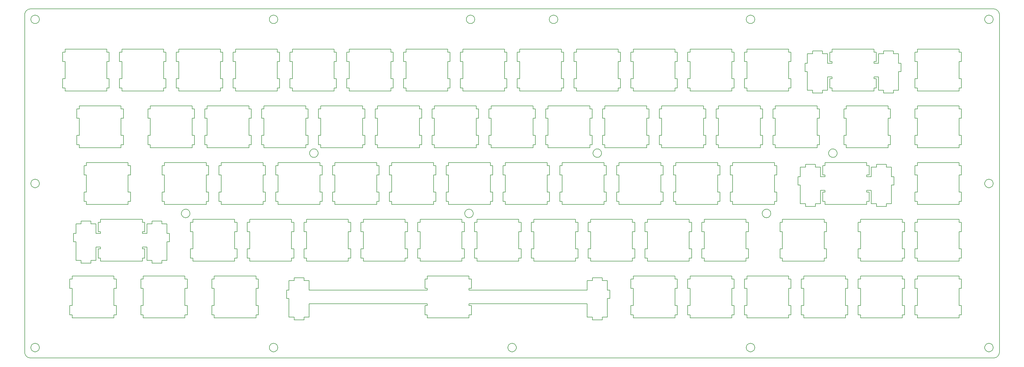
<source format=gbr>
G04 #@! TF.GenerationSoftware,KiCad,Pcbnew,(5.1.6)-1*
G04 #@! TF.CreationDate,2021-05-31T11:06:37-04:00*
G04 #@! TF.ProjectId,plate_layer_v3,706c6174-655f-46c6-9179-65725f76332e,rev?*
G04 #@! TF.SameCoordinates,Original*
G04 #@! TF.FileFunction,Profile,NP*
%FSLAX46Y46*%
G04 Gerber Fmt 4.6, Leading zero omitted, Abs format (unit mm)*
G04 Created by KiCad (PCBNEW (5.1.6)-1) date 2021-05-31 11:06:37*
%MOMM*%
%LPD*%
G01*
G04 APERTURE LIST*
G04 #@! TA.AperFunction,Profile*
%ADD10C,0.200000*%
G04 #@! TD*
G04 APERTURE END LIST*
D10*
X81253467Y-103282268D02*
X81253467Y-109082268D01*
X76203467Y-112182268D02*
X77003467Y-112182268D01*
X61403467Y-103282268D02*
X62203467Y-103282268D01*
X61403467Y-100182268D02*
X61403467Y-103282268D01*
X76203467Y-103282268D02*
X77003467Y-103282268D01*
X80453467Y-100182268D02*
X80453467Y-103282268D01*
X81253467Y-100182268D02*
X80453467Y-100182268D01*
X62203467Y-99182268D02*
X62203467Y-100182268D01*
X77003467Y-112182268D02*
X77003467Y-109082268D01*
X96053467Y-109082268D02*
X95253467Y-109082268D01*
X62203467Y-109082268D02*
X61403467Y-109082268D01*
X62203467Y-100182268D02*
X61403467Y-100182268D01*
X77003467Y-100182268D02*
X76203467Y-100182268D01*
X95253467Y-99182268D02*
X81253467Y-99182268D01*
X95253467Y-109082268D02*
X95253467Y-103282268D01*
X96053467Y-103282268D02*
X96053467Y-100182268D01*
X95253467Y-113182268D02*
X95253467Y-112182268D01*
X81253467Y-109082268D02*
X80453467Y-109082268D01*
X115103467Y-100182268D02*
X114303467Y-100182268D01*
X115103467Y-109082268D02*
X114303467Y-109082268D01*
X95253467Y-112182268D02*
X96053467Y-112182268D01*
X76203467Y-109082268D02*
X76203467Y-103282268D01*
X95253467Y-103282268D02*
X96053467Y-103282268D01*
X77003467Y-109082268D02*
X76203467Y-109082268D01*
X81253467Y-112182268D02*
X81253467Y-113182268D01*
X76203467Y-113182268D02*
X76203467Y-112182268D01*
X114303467Y-99182268D02*
X100303467Y-99182268D01*
X114303467Y-100182268D02*
X114303467Y-99182268D01*
X96053467Y-100182268D02*
X95253467Y-100182268D01*
X80453467Y-103282268D02*
X81253467Y-103282268D01*
X80453467Y-109082268D02*
X80453467Y-112182268D01*
X100303467Y-100182268D02*
X99503467Y-100182268D01*
X114303467Y-103282268D02*
X115103467Y-103282268D01*
X115103467Y-103282268D02*
X115103467Y-100182268D01*
X62203467Y-113182268D02*
X76203467Y-113182268D01*
X76203467Y-99182268D02*
X62203467Y-99182268D01*
X76203467Y-100182268D02*
X76203467Y-99182268D01*
X62203467Y-103282268D02*
X62203467Y-109082268D01*
X80453467Y-112182268D02*
X81253467Y-112182268D01*
X77003467Y-103282268D02*
X77003467Y-100182268D01*
X96053467Y-112182268D02*
X96053467Y-109082268D01*
X95253467Y-100182268D02*
X95253467Y-99182268D01*
X114303467Y-109082268D02*
X114303467Y-103282268D01*
X100303467Y-99182268D02*
X100303467Y-100182268D01*
X62203467Y-112182268D02*
X62203467Y-113182268D01*
X61403467Y-112182268D02*
X62203467Y-112182268D01*
X81253467Y-99182268D02*
X81253467Y-100182268D01*
X81253467Y-113182268D02*
X95253467Y-113182268D01*
X61403467Y-109082268D02*
X61403467Y-112182268D01*
X99503467Y-100182268D02*
X99503467Y-103282268D01*
X119353467Y-112182268D02*
X119353467Y-113182268D01*
X152403467Y-100182268D02*
X152403467Y-99182268D01*
X100303467Y-103282268D02*
X100303467Y-109082268D01*
X133353467Y-99182268D02*
X119353467Y-99182268D01*
X152403467Y-99182268D02*
X138403467Y-99182268D01*
X137603467Y-100182268D02*
X137603467Y-103282268D01*
X153202467Y-100182268D02*
X152403467Y-100182268D01*
X153202467Y-109082268D02*
X152403467Y-109082268D01*
X172252467Y-100182268D02*
X171452467Y-100182268D01*
X134153467Y-109082268D02*
X133353467Y-109082268D01*
X171452467Y-100182268D02*
X171452467Y-99182268D01*
X119353467Y-100182268D02*
X118553467Y-100182268D01*
X138403467Y-99182268D02*
X138403467Y-100182268D01*
X137603467Y-109082268D02*
X137603467Y-112182268D01*
X152403467Y-103282268D02*
X153202467Y-103282268D01*
X118553467Y-112182268D02*
X119353467Y-112182268D01*
X171452467Y-109082268D02*
X171452467Y-103282268D01*
X115103467Y-112182268D02*
X115103467Y-109082268D01*
X134153467Y-100182268D02*
X133353467Y-100182268D01*
X133353467Y-113182268D02*
X133353467Y-112182268D01*
X133353467Y-109082268D02*
X133353467Y-103282268D01*
X171452467Y-103282268D02*
X172252467Y-103282268D01*
X153202467Y-112182268D02*
X153202467Y-109082268D01*
X157452467Y-99182268D02*
X157452467Y-100182268D01*
X133353467Y-100182268D02*
X133353467Y-99182268D01*
X138403467Y-113182268D02*
X152403467Y-113182268D01*
X118553467Y-100182268D02*
X118553467Y-103282268D01*
X118553467Y-103282268D02*
X119353467Y-103282268D01*
X138403467Y-103282268D02*
X138403467Y-109082268D01*
X152403467Y-112182268D02*
X153202467Y-112182268D01*
X138403467Y-112182268D02*
X138403467Y-113182268D01*
X99503467Y-103282268D02*
X100303467Y-103282268D01*
X114303467Y-112182268D02*
X115103467Y-112182268D01*
X134153467Y-103282268D02*
X134153467Y-100182268D01*
X99503467Y-109082268D02*
X99503467Y-112182268D01*
X137603467Y-103282268D02*
X138403467Y-103282268D01*
X119353467Y-109082268D02*
X118553467Y-109082268D01*
X172252467Y-109082268D02*
X171452467Y-109082268D01*
X152403467Y-109082268D02*
X152403467Y-103282268D01*
X157452467Y-113182268D02*
X171452467Y-113182268D01*
X172252467Y-103282268D02*
X172252467Y-100182268D01*
X153202467Y-103282268D02*
X153202467Y-100182268D01*
X119353467Y-113182268D02*
X133353467Y-113182268D01*
X114303467Y-113182268D02*
X114303467Y-112182268D01*
X100303467Y-113182268D02*
X114303467Y-113182268D01*
X133353467Y-103282268D02*
X134153467Y-103282268D01*
X100303467Y-112182268D02*
X100303467Y-113182268D01*
X99503467Y-112182268D02*
X100303467Y-112182268D01*
X119353467Y-99182268D02*
X119353467Y-100182268D01*
X152403467Y-113182268D02*
X152403467Y-112182268D01*
X134153467Y-112182268D02*
X134153467Y-109082268D01*
X171452467Y-112182268D02*
X172252467Y-112182268D01*
X171452467Y-113182268D02*
X171452467Y-112182268D01*
X133353467Y-112182268D02*
X134153467Y-112182268D01*
X119353467Y-103282268D02*
X119353467Y-109082268D01*
X138403467Y-100182268D02*
X137603467Y-100182268D01*
X137603467Y-112182268D02*
X138403467Y-112182268D01*
X171452467Y-99182268D02*
X157452467Y-99182268D01*
X172252467Y-112182268D02*
X172252467Y-109082268D01*
X138403467Y-109082268D02*
X137603467Y-109082268D01*
X157452467Y-100182268D02*
X156653467Y-100182268D01*
X118553467Y-109082268D02*
X118553467Y-112182268D01*
X100303467Y-109082268D02*
X99503467Y-109082268D01*
X214603467Y-100182268D02*
X213803467Y-100182268D01*
X229403467Y-103282268D02*
X229403467Y-100182268D01*
X213803467Y-109082268D02*
X213803467Y-112182268D01*
X228603467Y-100182268D02*
X228603467Y-99182268D01*
X209553467Y-112182268D02*
X210353467Y-112182268D01*
X156653467Y-103282268D02*
X157452467Y-103282268D01*
X195553467Y-112182268D02*
X195553467Y-113182268D01*
X156653467Y-100182268D02*
X156653467Y-103282268D01*
X209553467Y-109082268D02*
X209553467Y-103282268D01*
X175702467Y-109082268D02*
X175702467Y-112182268D01*
X190503467Y-99182268D02*
X176502467Y-99182268D01*
X190503467Y-100182268D02*
X190503467Y-99182268D01*
X191303467Y-100182268D02*
X190503467Y-100182268D01*
X190503467Y-103282268D02*
X191303467Y-103282268D01*
X191303467Y-112182268D02*
X191303467Y-109082268D01*
X190503467Y-112182268D02*
X191303467Y-112182268D01*
X195553467Y-100182268D02*
X194753467Y-100182268D01*
X228603467Y-103282268D02*
X229403467Y-103282268D01*
X229403467Y-112182268D02*
X229403467Y-109082268D01*
X195553467Y-99182268D02*
X195553467Y-100182268D01*
X229403467Y-109082268D02*
X228603467Y-109082268D01*
X195553467Y-113182268D02*
X209553467Y-113182268D01*
X194753467Y-100182268D02*
X194753467Y-103282268D01*
X210353467Y-112182268D02*
X210353467Y-109082268D01*
X194753467Y-112182268D02*
X195553467Y-112182268D01*
X214603467Y-99182268D02*
X214603467Y-100182268D01*
X157452467Y-112182268D02*
X157452467Y-113182268D01*
X156653467Y-112182268D02*
X157452467Y-112182268D01*
X176502467Y-100182268D02*
X175702467Y-100182268D01*
X191303467Y-103282268D02*
X191303467Y-100182268D01*
X228603467Y-113182268D02*
X228603467Y-112182268D01*
X190503467Y-109082268D02*
X190503467Y-103282268D01*
X191303467Y-109082268D02*
X190503467Y-109082268D01*
X176502467Y-109082268D02*
X175702467Y-109082268D01*
X209553467Y-103282268D02*
X210353467Y-103282268D01*
X176502467Y-112182268D02*
X176502467Y-113182268D01*
X175702467Y-112182268D02*
X176502467Y-112182268D01*
X194753467Y-103282268D02*
X195553467Y-103282268D01*
X213803467Y-112182268D02*
X214603467Y-112182268D01*
X209553467Y-99182268D02*
X195553467Y-99182268D01*
X194753467Y-109082268D02*
X194753467Y-112182268D01*
X228603467Y-112182268D02*
X229403467Y-112182268D01*
X195553467Y-103282268D02*
X195553467Y-109082268D01*
X228603467Y-109082268D02*
X228603467Y-103282268D01*
X228603467Y-99182268D02*
X214603467Y-99182268D01*
X214603467Y-112182268D02*
X214603467Y-113182268D01*
X209553467Y-100182268D02*
X209553467Y-99182268D01*
X195553467Y-109082268D02*
X194753467Y-109082268D01*
X229403467Y-100182268D02*
X228603467Y-100182268D01*
X214603467Y-113182268D02*
X228603467Y-113182268D01*
X176502467Y-113182268D02*
X190503467Y-113182268D01*
X210353467Y-100182268D02*
X209553467Y-100182268D01*
X209553467Y-113182268D02*
X209553467Y-112182268D01*
X214603467Y-109082268D02*
X213803467Y-109082268D01*
X156653467Y-109082268D02*
X156653467Y-112182268D01*
X157452467Y-109082268D02*
X156653467Y-109082268D01*
X176502467Y-99182268D02*
X176502467Y-100182268D01*
X176502467Y-103282268D02*
X176502467Y-109082268D01*
X210353467Y-103282268D02*
X210353467Y-100182268D01*
X175702467Y-100182268D02*
X175702467Y-103282268D01*
X157452467Y-103282268D02*
X157452467Y-109082268D01*
X190503467Y-113182268D02*
X190503467Y-112182268D01*
X175702467Y-103282268D02*
X176502467Y-103282268D01*
X210353467Y-109082268D02*
X209553467Y-109082268D01*
X286553467Y-100182268D02*
X285753467Y-100182268D01*
X271753467Y-109082268D02*
X270953467Y-109082268D01*
X270953467Y-103282268D02*
X271753467Y-103282268D01*
X252703467Y-113182268D02*
X266703467Y-113182268D01*
X232853467Y-100182268D02*
X232853467Y-103282268D01*
X233653467Y-109082268D02*
X232853467Y-109082268D01*
X266703467Y-99182268D02*
X252703467Y-99182268D01*
X270953467Y-109082268D02*
X270953467Y-112182268D01*
X271753467Y-113182268D02*
X285753467Y-113182268D01*
X214603467Y-103282268D02*
X214603467Y-109082268D01*
X247653467Y-113182268D02*
X247653467Y-112182268D01*
X290803467Y-100182268D02*
X290003467Y-100182268D01*
X213803467Y-103282268D02*
X214603467Y-103282268D01*
X247653467Y-99182268D02*
X233653467Y-99182268D01*
X248453467Y-100182268D02*
X247653467Y-100182268D01*
X285753467Y-113182268D02*
X285753467Y-112182268D01*
X232853467Y-103282268D02*
X233653467Y-103282268D01*
X251903467Y-109082268D02*
X251903467Y-112182268D01*
X251903467Y-103282268D02*
X252703467Y-103282268D01*
X285753467Y-109082268D02*
X285753467Y-103282268D01*
X252703467Y-103282268D02*
X252703467Y-109082268D01*
X252703467Y-99182268D02*
X252703467Y-100182268D01*
X267503467Y-109082268D02*
X266703467Y-109082268D01*
X271753467Y-112182268D02*
X271753467Y-113182268D01*
X266703467Y-100182268D02*
X266703467Y-99182268D01*
X266703467Y-112182268D02*
X267503467Y-112182268D01*
X213803467Y-100182268D02*
X213803467Y-103282268D01*
X233653467Y-100182268D02*
X232853467Y-100182268D01*
X233653467Y-99182268D02*
X233653467Y-100182268D01*
X248453467Y-103282268D02*
X248453467Y-100182268D01*
X271753467Y-100182268D02*
X270953467Y-100182268D01*
X248453467Y-109082268D02*
X247653467Y-109082268D01*
X285753467Y-112182268D02*
X286553467Y-112182268D01*
X232853467Y-109082268D02*
X232853467Y-112182268D01*
X270953467Y-112182268D02*
X271753467Y-112182268D01*
X233653467Y-113182268D02*
X247653467Y-113182268D01*
X267503467Y-100182268D02*
X266703467Y-100182268D01*
X266703467Y-109082268D02*
X266703467Y-103282268D01*
X285753467Y-100182268D02*
X285753467Y-99182268D01*
X267503467Y-103282268D02*
X267503467Y-100182268D01*
X266703467Y-103282268D02*
X267503467Y-103282268D01*
X251903467Y-100182268D02*
X251903467Y-103282268D01*
X266703467Y-113182268D02*
X266703467Y-112182268D01*
X252703467Y-109082268D02*
X251903467Y-109082268D01*
X286553467Y-112182268D02*
X286553467Y-109082268D01*
X285753467Y-99182268D02*
X271753467Y-99182268D01*
X271753467Y-103282268D02*
X271753467Y-109082268D01*
X252703467Y-112182268D02*
X252703467Y-113182268D01*
X285753467Y-103282268D02*
X286553467Y-103282268D01*
X271753467Y-99182268D02*
X271753467Y-100182268D01*
X247653467Y-100182268D02*
X247653467Y-99182268D01*
X233653467Y-112182268D02*
X233653467Y-113182268D01*
X252703467Y-100182268D02*
X251903467Y-100182268D01*
X286553467Y-103282268D02*
X286553467Y-100182268D01*
X247653467Y-103282268D02*
X248453467Y-103282268D01*
X247653467Y-109082268D02*
X247653467Y-103282268D01*
X248453467Y-112182268D02*
X248453467Y-109082268D01*
X247653467Y-112182268D02*
X248453467Y-112182268D01*
X232853467Y-112182268D02*
X233653467Y-112182268D01*
X233653467Y-103282268D02*
X233653467Y-109082268D01*
X267503467Y-112182268D02*
X267503467Y-109082268D01*
X286553467Y-109082268D02*
X285753467Y-109082268D01*
X270953467Y-100182268D02*
X270953467Y-103282268D01*
X251903467Y-112182268D02*
X252703467Y-112182268D01*
X305603467Y-109082268D02*
X304803467Y-109082268D01*
X304803467Y-112182268D02*
X305603467Y-112182268D01*
X347953467Y-100182268D02*
X347153467Y-100182268D01*
X304803467Y-113182268D02*
X304803467Y-112182268D01*
X290003467Y-103282268D02*
X290803467Y-103282268D01*
X290003467Y-100182268D02*
X290003467Y-103282268D01*
X347953467Y-109082268D02*
X347153467Y-109082268D01*
X347953467Y-99182268D02*
X347953467Y-100182268D01*
X362753467Y-103282268D02*
X362753467Y-100182268D01*
X319378467Y-99182268D02*
X319378467Y-100182268D01*
X341653467Y-100652268D02*
X339928467Y-100652268D01*
X319378467Y-100182268D02*
X318578467Y-100182268D01*
X342478467Y-103882268D02*
X341653467Y-103882268D01*
X339928467Y-112952268D02*
X341653467Y-112952268D01*
X347953467Y-113182268D02*
X361953467Y-113182268D01*
X361953467Y-100182268D02*
X361953467Y-99182268D01*
X361953467Y-103282268D02*
X362753467Y-103282268D01*
X334178467Y-100182268D02*
X333378467Y-100182268D01*
X336628467Y-112952268D02*
X336628467Y-113932268D01*
X339928467Y-99731268D02*
X336628467Y-99731268D01*
X341653467Y-112952268D02*
X341653467Y-106682268D01*
X347153467Y-103282268D02*
X347953467Y-103282268D01*
X333378467Y-100182268D02*
X333378467Y-99182268D01*
X341653467Y-103882268D02*
X341653467Y-100652268D01*
X339928467Y-113932268D02*
X339928467Y-112952268D01*
X290003467Y-109082268D02*
X290003467Y-112182268D01*
X362753467Y-112182268D02*
X362753467Y-109082268D01*
X290803467Y-109082268D02*
X290003467Y-109082268D01*
X361953467Y-109082268D02*
X361953467Y-103282268D01*
X347153467Y-112182268D02*
X347953467Y-112182268D01*
X336628467Y-99731268D02*
X336628467Y-100652268D01*
X361953467Y-112182268D02*
X362753467Y-112182268D01*
X342478467Y-106682268D02*
X342478467Y-103882268D01*
X290803467Y-99182268D02*
X290803467Y-100182268D01*
X304803467Y-99182268D02*
X290803467Y-99182268D01*
X290803467Y-112182268D02*
X290803467Y-113182268D01*
X347153467Y-109082268D02*
X347153467Y-112182268D01*
X361953467Y-99182268D02*
X347953467Y-99182268D01*
X334178467Y-103282268D02*
X334178467Y-100182268D01*
X362753467Y-100182268D02*
X361953467Y-100182268D01*
X334903467Y-100652268D02*
X334903467Y-103882268D01*
X333378467Y-99182268D02*
X319378467Y-99182268D01*
X334903467Y-112952268D02*
X336628467Y-112952268D01*
X305603467Y-112182268D02*
X305603467Y-109082268D01*
X304803467Y-100182268D02*
X304803467Y-99182268D01*
X305603467Y-100182268D02*
X304803467Y-100182268D01*
X304803467Y-103282268D02*
X305603467Y-103282268D01*
X336628467Y-113932268D02*
X339928467Y-113932268D01*
X304803467Y-109082268D02*
X304803467Y-103282268D01*
X290003467Y-112182268D02*
X290803467Y-112182268D01*
X362753467Y-109082268D02*
X361953467Y-109082268D01*
X333378467Y-103882268D02*
X333378467Y-103282268D01*
X334903467Y-103882268D02*
X333378467Y-103882268D01*
X336628467Y-100652268D02*
X334903467Y-100652268D01*
X290803467Y-103282268D02*
X290803467Y-109082268D01*
X361953467Y-113182268D02*
X361953467Y-112182268D01*
X347953467Y-112182268D02*
X347953467Y-113182268D01*
X347153467Y-100182268D02*
X347153467Y-103282268D01*
X341653467Y-106682268D02*
X342478467Y-106682268D01*
X333378467Y-103282268D02*
X334178467Y-103282268D01*
X347953467Y-103282268D02*
X347953467Y-109082268D01*
X339928467Y-100652268D02*
X339928467Y-99731268D01*
X290803467Y-113182268D02*
X304803467Y-113182268D01*
X305603467Y-103282268D02*
X305603467Y-100182268D01*
X81765467Y-119232268D02*
X80965467Y-119232268D01*
X66165467Y-131232268D02*
X66965467Y-131232268D01*
X80965467Y-128132268D02*
X80965467Y-122332268D01*
X66965467Y-132232268D02*
X80965467Y-132232268D01*
X319378467Y-113182268D02*
X333378467Y-113182268D01*
X318578467Y-112182268D02*
X319378467Y-112182268D01*
X317853467Y-108482268D02*
X319378467Y-108482268D01*
X317853467Y-100652268D02*
X316128467Y-100652268D01*
X312827467Y-112952268D02*
X312827467Y-113932268D01*
X80965467Y-122332268D02*
X81765467Y-122332268D01*
X319378467Y-112182268D02*
X319378467Y-113182268D01*
X319378467Y-109082268D02*
X318578467Y-109082268D01*
X66165467Y-128132268D02*
X66165467Y-131232268D01*
X80965467Y-132232268D02*
X80965467Y-131232268D01*
X318578467Y-100182268D02*
X318578467Y-103282268D01*
X316128467Y-112952268D02*
X317853467Y-112952268D01*
X312827467Y-113932268D02*
X316128467Y-113932268D01*
X310278466Y-106682268D02*
X311103467Y-106682268D01*
X316128467Y-113932268D02*
X316128467Y-112952268D01*
X311103467Y-106682268D02*
X311103467Y-112952268D01*
X312827467Y-99731268D02*
X312827467Y-100652268D01*
X311103467Y-103882268D02*
X310278466Y-103882268D01*
X80965467Y-119232268D02*
X80965467Y-118232268D01*
X66965467Y-119232268D02*
X66165467Y-119232268D01*
X312827467Y-100652268D02*
X311103467Y-100652268D01*
X66965467Y-131232268D02*
X66965467Y-132232268D01*
X316128467Y-100652268D02*
X316128467Y-99731268D01*
X81765467Y-122332268D02*
X81765467Y-119232268D01*
X319378467Y-103282268D02*
X319378467Y-103882268D01*
X66965467Y-118232268D02*
X66965467Y-119232268D01*
X317853467Y-103882268D02*
X317853467Y-100652268D01*
X318578467Y-103282268D02*
X319378467Y-103282268D01*
X80965467Y-131232268D02*
X81765467Y-131232268D01*
X334903467Y-108482268D02*
X334903467Y-112952268D01*
X333378467Y-108482268D02*
X334903467Y-108482268D01*
X333378467Y-109082268D02*
X333378467Y-108482268D01*
X334178467Y-109082268D02*
X333378467Y-109082268D01*
X334178467Y-112182268D02*
X334178467Y-109082268D01*
X81765467Y-128132268D02*
X80965467Y-128132268D01*
X81765467Y-131232268D02*
X81765467Y-128132268D01*
X333378467Y-112182268D02*
X334178467Y-112182268D01*
X311103467Y-100652268D02*
X311103467Y-103882268D01*
X311103467Y-112952268D02*
X312827467Y-112952268D01*
X333378467Y-113182268D02*
X333378467Y-112182268D01*
X318578467Y-109082268D02*
X318578467Y-112182268D01*
X80965467Y-118232268D02*
X66965467Y-118232268D01*
X319378467Y-108482268D02*
X319378467Y-109082268D01*
X319378467Y-103882268D02*
X317853467Y-103882268D01*
X317853467Y-112952268D02*
X317853467Y-108482268D01*
X310278466Y-103882268D02*
X310278466Y-106682268D01*
X316128467Y-99731268D02*
X312827467Y-99731268D01*
X109028467Y-119232268D02*
X109028467Y-122332268D01*
X128078467Y-128132268D02*
X128078467Y-131232268D01*
X66965467Y-128132268D02*
X66165467Y-128132268D01*
X105578467Y-119232268D02*
X104778467Y-119232268D01*
X109828467Y-118232268D02*
X109828467Y-119232268D01*
X124628467Y-131232268D02*
X124628467Y-128132268D01*
X66965467Y-122332268D02*
X66965467Y-128132268D01*
X90778467Y-119232268D02*
X89978467Y-119232268D01*
X89978467Y-128132268D02*
X89978467Y-131232268D01*
X66165467Y-122332268D02*
X66965467Y-122332268D01*
X66165467Y-119232268D02*
X66165467Y-122332268D01*
X128878467Y-131232268D02*
X128878467Y-132232268D01*
X90778467Y-118232268D02*
X90778467Y-119232268D01*
X105578467Y-122332268D02*
X105578467Y-119232268D01*
X123828467Y-119232268D02*
X123828467Y-118232268D01*
X143678467Y-128132268D02*
X142878467Y-128132268D01*
X142878467Y-128132268D02*
X142878467Y-122332268D01*
X90778467Y-131232268D02*
X90778467Y-132232268D01*
X89978467Y-131232268D02*
X90778467Y-131232268D01*
X109828467Y-122332268D02*
X109828467Y-128132268D01*
X90778467Y-128132268D02*
X89978467Y-128132268D01*
X123828467Y-118232268D02*
X109828467Y-118232268D01*
X128878467Y-119232268D02*
X128078467Y-119232268D01*
X109028467Y-128132268D02*
X109028467Y-131232268D01*
X109828467Y-128132268D02*
X109028467Y-128132268D01*
X142878467Y-122332268D02*
X143678467Y-122332268D01*
X123828467Y-128132268D02*
X123828467Y-122332268D01*
X109828467Y-131232268D02*
X109828467Y-132232268D01*
X142878467Y-118232268D02*
X128878467Y-118232268D01*
X104778467Y-118232268D02*
X90778467Y-118232268D01*
X105578467Y-128132268D02*
X104778467Y-128132268D01*
X128878467Y-128132268D02*
X128078467Y-128132268D01*
X128878467Y-132232268D02*
X142878467Y-132232268D01*
X104778467Y-119232268D02*
X104778467Y-118232268D01*
X109828467Y-119232268D02*
X109028467Y-119232268D01*
X123828467Y-132232268D02*
X123828467Y-131232268D01*
X109028467Y-131232268D02*
X109828467Y-131232268D01*
X128878467Y-118232268D02*
X128878467Y-119232268D01*
X128078467Y-122332268D02*
X128878467Y-122332268D01*
X128078467Y-119232268D02*
X128078467Y-122332268D01*
X104778467Y-122332268D02*
X105578467Y-122332268D01*
X104778467Y-128132268D02*
X104778467Y-122332268D01*
X104778467Y-131232268D02*
X105578467Y-131232268D01*
X104778467Y-132232268D02*
X104778467Y-131232268D01*
X89978467Y-122332268D02*
X90778467Y-122332268D01*
X142878467Y-132232268D02*
X142878467Y-131232268D01*
X90778467Y-122332268D02*
X90778467Y-128132268D01*
X90778467Y-132232268D02*
X104778467Y-132232268D01*
X128078467Y-131232268D02*
X128878467Y-131232268D01*
X143678467Y-119232268D02*
X142878467Y-119232268D01*
X123828467Y-131232268D02*
X124628467Y-131232268D01*
X124628467Y-122332268D02*
X124628467Y-119232268D01*
X89978467Y-119232268D02*
X89978467Y-122332268D01*
X143678467Y-131232268D02*
X143678467Y-128132268D01*
X109828467Y-132232268D02*
X123828467Y-132232268D01*
X128878467Y-122332268D02*
X128878467Y-128132268D01*
X124628467Y-128132268D02*
X123828467Y-128132268D01*
X123828467Y-122332268D02*
X124628467Y-122332268D01*
X109028467Y-122332268D02*
X109828467Y-122332268D01*
X124628467Y-119232268D02*
X123828467Y-119232268D01*
X143678467Y-122332268D02*
X143678467Y-119232268D01*
X105578467Y-131232268D02*
X105578467Y-128132268D01*
X142878467Y-119232268D02*
X142878467Y-118232268D01*
X142878467Y-131232268D02*
X143678467Y-131232268D01*
X147128467Y-122332268D02*
X147928467Y-122332268D01*
X147928467Y-131232268D02*
X147928467Y-132232268D01*
X166978467Y-118232268D02*
X166978467Y-119232268D01*
X180978467Y-118232268D02*
X166978467Y-118232268D01*
X162728467Y-119232268D02*
X161928467Y-119232268D01*
X162728467Y-131232268D02*
X162728467Y-128132268D01*
X181778467Y-128132268D02*
X180978467Y-128132268D01*
X147928467Y-132232268D02*
X161928467Y-132232268D01*
X180978467Y-119232268D02*
X180978467Y-118232268D01*
X166978467Y-131232268D02*
X166978467Y-132232268D01*
X200028467Y-122332268D02*
X200828467Y-122332268D01*
X166978467Y-132232268D02*
X180978467Y-132232268D01*
X200828467Y-128132268D02*
X200028467Y-128132268D01*
X186028467Y-132232268D02*
X200028467Y-132232268D01*
X147128467Y-119232268D02*
X147128467Y-122332268D01*
X161928467Y-119232268D02*
X161928467Y-118232268D01*
X161928467Y-128132268D02*
X161928467Y-122332268D01*
X166978467Y-128132268D02*
X166178467Y-128132268D01*
X200828467Y-119232268D02*
X200028467Y-119232268D01*
X185227467Y-119232268D02*
X185227467Y-122332268D01*
X200028467Y-132232268D02*
X200028467Y-131232268D01*
X166178467Y-128132268D02*
X166178467Y-131232268D01*
X185227467Y-122332268D02*
X186028467Y-122332268D01*
X180978467Y-131232268D02*
X181778467Y-131232268D01*
X200028467Y-128132268D02*
X200028467Y-122332268D01*
X147928467Y-119232268D02*
X147128467Y-119232268D01*
X181778467Y-122332268D02*
X181778467Y-119232268D01*
X185227467Y-128132268D02*
X185227467Y-131232268D01*
X147928467Y-118232268D02*
X147928467Y-119232268D01*
X161928467Y-118232268D02*
X147928467Y-118232268D01*
X200028467Y-119232268D02*
X200028467Y-118232268D01*
X161928467Y-131232268D02*
X162728467Y-131232268D01*
X200828467Y-131232268D02*
X200828467Y-128132268D01*
X161928467Y-132232268D02*
X161928467Y-131232268D01*
X147128467Y-131232268D02*
X147928467Y-131232268D01*
X180978467Y-128132268D02*
X180978467Y-122332268D01*
X166978467Y-122332268D02*
X166978467Y-128132268D01*
X219078467Y-119232268D02*
X219078467Y-118232268D01*
X186028467Y-122332268D02*
X186028467Y-128132268D01*
X185227467Y-131232268D02*
X186028467Y-131232268D01*
X186028467Y-118232268D02*
X186028467Y-119232268D01*
X166178467Y-131232268D02*
X166978467Y-131232268D01*
X162728467Y-122332268D02*
X162728467Y-119232268D01*
X186028467Y-131232268D02*
X186028467Y-132232268D01*
X162728467Y-128132268D02*
X161928467Y-128132268D01*
X147128467Y-128132268D02*
X147128467Y-131232268D01*
X219078467Y-118232268D02*
X205078467Y-118232268D01*
X147928467Y-128132268D02*
X147128467Y-128132268D01*
X166978467Y-119232268D02*
X166178467Y-119232268D01*
X166178467Y-119232268D02*
X166178467Y-122332268D01*
X186028467Y-119232268D02*
X185227467Y-119232268D01*
X186028467Y-128132268D02*
X185227467Y-128132268D01*
X200028467Y-118232268D02*
X186028467Y-118232268D01*
X205078467Y-118232268D02*
X205078467Y-119232268D01*
X147928467Y-122332268D02*
X147928467Y-128132268D01*
X181778467Y-119232268D02*
X180978467Y-119232268D01*
X180978467Y-122332268D02*
X181778467Y-122332268D01*
X180978467Y-132232268D02*
X180978467Y-131232268D01*
X200028467Y-131232268D02*
X200828467Y-131232268D01*
X166178467Y-122332268D02*
X166978467Y-122332268D01*
X181778467Y-131232268D02*
X181778467Y-128132268D01*
X200828467Y-122332268D02*
X200828467Y-119232268D01*
X205078467Y-119232268D02*
X204278467Y-119232268D01*
X161928467Y-122332268D02*
X162728467Y-122332268D01*
X257978467Y-119232268D02*
X257178467Y-119232268D01*
X243178467Y-128132268D02*
X242378467Y-128132268D01*
X242378467Y-122332268D02*
X243178467Y-122332268D01*
X224128467Y-132232268D02*
X238128467Y-132232268D01*
X204278467Y-119232268D02*
X204278467Y-122332268D01*
X205078467Y-128132268D02*
X204278467Y-128132268D01*
X238128467Y-118232268D02*
X224128467Y-118232268D01*
X242378467Y-128132268D02*
X242378467Y-131232268D01*
X243178467Y-132232268D02*
X257178467Y-132232268D01*
X219878467Y-131232268D02*
X219878467Y-128132268D01*
X277028467Y-122332268D02*
X277028467Y-119232268D01*
X262228467Y-119232268D02*
X261428467Y-119232268D01*
X219078467Y-131232268D02*
X219878467Y-131232268D01*
X204278467Y-122332268D02*
X205078467Y-122332268D01*
X224128467Y-118232268D02*
X224128467Y-119232268D01*
X257178467Y-132232268D02*
X257178467Y-131232268D01*
X223328467Y-128132268D02*
X223328467Y-131232268D01*
X223328467Y-122332268D02*
X224128467Y-122332268D01*
X257178467Y-128132268D02*
X257178467Y-122332268D01*
X262228467Y-118232268D02*
X262228467Y-119232268D01*
X224128467Y-122332268D02*
X224128467Y-128132268D01*
X238128467Y-119232268D02*
X238128467Y-118232268D01*
X238928467Y-128132268D02*
X238128467Y-128132268D01*
X243178467Y-131232268D02*
X243178467Y-132232268D01*
X277028467Y-119232268D02*
X276228467Y-119232268D01*
X238128467Y-131232268D02*
X238928467Y-131232268D01*
X219878467Y-119232268D02*
X219078467Y-119232268D01*
X219878467Y-122332268D02*
X219878467Y-119232268D01*
X219078467Y-132232268D02*
X219078467Y-131232268D01*
X205078467Y-132232268D02*
X219078467Y-132232268D01*
X243178467Y-119232268D02*
X242378467Y-119232268D01*
X204278467Y-128132268D02*
X204278467Y-131232268D01*
X257178467Y-131232268D02*
X257978467Y-131232268D01*
X242378467Y-131232268D02*
X243178467Y-131232268D01*
X276228467Y-118232268D02*
X262228467Y-118232268D01*
X238928467Y-119232268D02*
X238128467Y-119232268D01*
X238928467Y-122332268D02*
X238928467Y-119232268D01*
X238128467Y-128132268D02*
X238128467Y-122332268D01*
X257178467Y-119232268D02*
X257178467Y-118232268D01*
X238128467Y-122332268D02*
X238928467Y-122332268D01*
X238128467Y-132232268D02*
X238128467Y-131232268D01*
X223328467Y-119232268D02*
X223328467Y-122332268D01*
X224128467Y-128132268D02*
X223328467Y-128132268D01*
X257178467Y-118232268D02*
X243178467Y-118232268D01*
X257978467Y-131232268D02*
X257978467Y-128132268D01*
X243178467Y-122332268D02*
X243178467Y-128132268D01*
X276228467Y-119232268D02*
X276228467Y-118232268D01*
X224128467Y-131232268D02*
X224128467Y-132232268D01*
X257178467Y-122332268D02*
X257978467Y-122332268D01*
X243178467Y-118232268D02*
X243178467Y-119232268D01*
X219078467Y-122332268D02*
X219878467Y-122332268D01*
X205078467Y-131232268D02*
X205078467Y-132232268D01*
X224128467Y-119232268D02*
X223328467Y-119232268D01*
X257978467Y-122332268D02*
X257978467Y-119232268D01*
X219078467Y-128132268D02*
X219078467Y-122332268D01*
X276228467Y-128132268D02*
X276228467Y-122332268D01*
X219878467Y-128132268D02*
X219078467Y-128132268D01*
X204278467Y-131232268D02*
X205078467Y-131232268D01*
X205078467Y-122332268D02*
X205078467Y-128132268D01*
X238928467Y-131232268D02*
X238928467Y-128132268D01*
X257978467Y-128132268D02*
X257178467Y-128132268D01*
X276228467Y-122332268D02*
X277028467Y-122332268D01*
X242378467Y-119232268D02*
X242378467Y-122332268D01*
X223328467Y-131232268D02*
X224128467Y-131232268D01*
X314327467Y-131232268D02*
X315128467Y-131232268D01*
X281278467Y-119232268D02*
X280478467Y-119232268D01*
X338940467Y-122332268D02*
X338940467Y-119232268D01*
X338140467Y-118232268D02*
X324140467Y-118232268D01*
X338140467Y-131232268D02*
X338940467Y-131232268D01*
X261428467Y-119232268D02*
X261428467Y-122332268D01*
X281278467Y-118232268D02*
X281278467Y-119232268D01*
X295278467Y-119232268D02*
X295278467Y-118232268D01*
X300328467Y-132232268D02*
X314327467Y-132232268D01*
X296078467Y-122332268D02*
X296078467Y-119232268D01*
X296078467Y-119232268D02*
X295278467Y-119232268D01*
X295278467Y-122332268D02*
X296078467Y-122332268D01*
X338940467Y-119232268D02*
X338140467Y-119232268D01*
X300328467Y-118232268D02*
X300328467Y-119232268D01*
X281278467Y-132232268D02*
X295278467Y-132232268D01*
X295278467Y-128132268D02*
X295278467Y-122332268D01*
X338940467Y-131232268D02*
X338940467Y-128132268D01*
X300328467Y-122332268D02*
X300328467Y-128132268D01*
X296078467Y-131232268D02*
X296078467Y-128132268D01*
X295278467Y-131232268D02*
X296078467Y-131232268D01*
X280478467Y-131232268D02*
X281278467Y-131232268D01*
X280478467Y-128132268D02*
X280478467Y-131232268D01*
X300328467Y-119232268D02*
X299528467Y-119232268D01*
X280478467Y-122332268D02*
X281278467Y-122332268D01*
X315128467Y-119232268D02*
X314327467Y-119232268D01*
X314327467Y-119232268D02*
X314327467Y-118232268D01*
X315128467Y-131232268D02*
X315128467Y-128132268D01*
X324140467Y-118232268D02*
X324140467Y-119232268D01*
X299528467Y-122332268D02*
X300328467Y-122332268D01*
X281278467Y-122332268D02*
X281278467Y-128132268D01*
X280478467Y-119232268D02*
X280478467Y-122332268D01*
X314327467Y-122332268D02*
X315128467Y-122332268D01*
X338140467Y-132232268D02*
X338140467Y-131232268D01*
X315128467Y-128132268D02*
X314327467Y-128132268D01*
X338140467Y-119232268D02*
X338140467Y-118232268D01*
X299528467Y-128132268D02*
X299528467Y-131232268D01*
X314327467Y-132232268D02*
X314327467Y-131232268D01*
X299528467Y-119232268D02*
X299528467Y-122332268D01*
X300328467Y-128132268D02*
X299528467Y-128132268D01*
X300328467Y-131232268D02*
X300328467Y-132232268D01*
X338940467Y-128132268D02*
X338140467Y-128132268D01*
X262228467Y-131232268D02*
X262228467Y-132232268D01*
X295278467Y-118232268D02*
X281278467Y-118232268D01*
X277028467Y-131232268D02*
X277028467Y-128132268D01*
X277028467Y-128132268D02*
X276228467Y-128132268D01*
X276228467Y-131232268D02*
X277028467Y-131232268D01*
X276228467Y-132232268D02*
X276228467Y-131232268D01*
X262228467Y-132232268D02*
X276228467Y-132232268D01*
X338140467Y-128132268D02*
X338140467Y-122332268D01*
X338140467Y-122332268D02*
X338940467Y-122332268D01*
X296078467Y-128132268D02*
X295278467Y-128132268D01*
X261428467Y-131232268D02*
X262228467Y-131232268D01*
X261428467Y-128132268D02*
X261428467Y-131232268D01*
X314327467Y-128132268D02*
X314327467Y-122332268D01*
X262228467Y-128132268D02*
X261428467Y-128132268D01*
X314327467Y-118232268D02*
X300328467Y-118232268D01*
X281278467Y-128132268D02*
X280478467Y-128132268D01*
X324140467Y-119232268D02*
X323340467Y-119232268D01*
X299528467Y-131232268D02*
X300328467Y-131232268D01*
X262228467Y-122332268D02*
X262228467Y-128132268D01*
X295278467Y-132232268D02*
X295278467Y-131232268D01*
X281278467Y-131232268D02*
X281278467Y-132232268D01*
X315128467Y-122332268D02*
X315128467Y-119232268D01*
X261428467Y-122332268D02*
X262228467Y-122332268D01*
X69346467Y-141382268D02*
X69346467Y-147182268D01*
X95540467Y-150282268D02*
X95540467Y-151282268D01*
X324140467Y-132232268D02*
X338140467Y-132232268D01*
X361953467Y-118232268D02*
X347953467Y-118232268D01*
X347153467Y-119232268D02*
X347153467Y-122332268D01*
X83346467Y-147182268D02*
X83346467Y-141382268D01*
X323340467Y-128132268D02*
X323340467Y-131232268D01*
X323340467Y-122332268D02*
X324140467Y-122332268D01*
X347953467Y-131232268D02*
X347953467Y-132232268D01*
X324140467Y-131232268D02*
X324140467Y-132232268D01*
X324140467Y-122332268D02*
X324140467Y-128132268D01*
X109540467Y-151282268D02*
X109540467Y-150282268D01*
X323340467Y-131232268D02*
X324140467Y-131232268D01*
X361953467Y-119232268D02*
X361953467Y-118232268D01*
X69346467Y-137282268D02*
X69346467Y-138282268D01*
X109540467Y-141382268D02*
X110340467Y-141382268D01*
X110340467Y-141382268D02*
X110340467Y-138282268D01*
X361953467Y-132232268D02*
X361953467Y-131232268D01*
X347953467Y-132232268D02*
X361953467Y-132232268D01*
X68546467Y-147182268D02*
X68546467Y-150282268D01*
X347153467Y-131232268D02*
X347953467Y-131232268D01*
X69346467Y-138282268D02*
X68546467Y-138282268D01*
X68546467Y-141382268D02*
X69346467Y-141382268D01*
X69346467Y-150282268D02*
X69346467Y-151282268D01*
X68546467Y-150282268D02*
X69346467Y-150282268D01*
X110340467Y-138282268D02*
X109540467Y-138282268D01*
X84146467Y-141382268D02*
X84146467Y-138282268D01*
X83346467Y-151282268D02*
X83346467Y-150282268D01*
X95540467Y-138282268D02*
X94740467Y-138282268D01*
X324140467Y-128132268D02*
X323340467Y-128132268D01*
X361953467Y-122332268D02*
X362753467Y-122332268D01*
X94740467Y-150282268D02*
X95540467Y-150282268D01*
X109540467Y-150282268D02*
X110340467Y-150282268D01*
X347953467Y-118232268D02*
X347953467Y-119232268D01*
X347153467Y-122332268D02*
X347953467Y-122332268D01*
X84146467Y-150282268D02*
X84146467Y-147182268D01*
X69346467Y-151282268D02*
X83346467Y-151282268D01*
X68546467Y-138282268D02*
X68546467Y-141382268D01*
X323340467Y-119232268D02*
X323340467Y-122332268D01*
X347953467Y-119232268D02*
X347153467Y-119232268D01*
X362753467Y-119232268D02*
X361953467Y-119232268D01*
X362753467Y-122332268D02*
X362753467Y-119232268D01*
X362753467Y-128132268D02*
X361953467Y-128132268D01*
X362753467Y-131232268D02*
X362753467Y-128132268D01*
X347953467Y-128132268D02*
X347153467Y-128132268D01*
X110340467Y-150282268D02*
X110340467Y-147182268D01*
X347153467Y-128132268D02*
X347153467Y-131232268D01*
X361953467Y-131232268D02*
X362753467Y-131232268D01*
X95540467Y-151282268D02*
X109540467Y-151282268D01*
X109540467Y-137282268D02*
X95540467Y-137282268D01*
X84146467Y-147182268D02*
X83346467Y-147182268D01*
X83346467Y-138282268D02*
X83346467Y-137282268D01*
X347953467Y-122332268D02*
X347953467Y-128132268D01*
X109540467Y-147182268D02*
X109540467Y-141382268D01*
X83346467Y-150282268D02*
X84146467Y-150282268D01*
X94740467Y-147182268D02*
X94740467Y-150282268D01*
X83346467Y-141382268D02*
X84146467Y-141382268D01*
X84146467Y-138282268D02*
X83346467Y-138282268D01*
X69346467Y-147182268D02*
X68546467Y-147182268D01*
X83346467Y-137282268D02*
X69346467Y-137282268D01*
X109540467Y-138282268D02*
X109540467Y-137282268D01*
X361953467Y-128132268D02*
X361953467Y-122332268D01*
X95540467Y-137282268D02*
X95540467Y-138282268D01*
X110340467Y-147182268D02*
X109540467Y-147182268D01*
X147640467Y-151282268D02*
X147640467Y-150282268D01*
X113790467Y-138282268D02*
X113790467Y-141382268D01*
X133640467Y-138282268D02*
X132840467Y-138282268D01*
X147640467Y-141382268D02*
X148440467Y-141382268D01*
X166690467Y-138282268D02*
X166690467Y-137282268D01*
X166690467Y-151282268D02*
X166690467Y-150282268D01*
X94740467Y-141382268D02*
X95540467Y-141382268D01*
X128590467Y-147182268D02*
X128590467Y-141382268D01*
X133640467Y-141382268D02*
X133640467Y-147182268D01*
X133640467Y-137282268D02*
X133640467Y-138282268D01*
X94740467Y-138282268D02*
X94740467Y-141382268D01*
X114590467Y-138282268D02*
X113790467Y-138282268D01*
X128590467Y-137282268D02*
X114590467Y-137282268D01*
X128590467Y-150282268D02*
X129390467Y-150282268D01*
X114590467Y-141382268D02*
X114590467Y-147182268D01*
X114590467Y-137282268D02*
X114590467Y-138282268D01*
X167490467Y-141382268D02*
X167490467Y-138282268D01*
X129390467Y-141382268D02*
X129390467Y-138282268D01*
X147640467Y-138282268D02*
X147640467Y-137282268D01*
X151890467Y-138282268D02*
X151890467Y-141382268D01*
X147640467Y-147182268D02*
X147640467Y-141382268D01*
X132840467Y-147182268D02*
X132840467Y-150282268D01*
X133640467Y-147182268D02*
X132840467Y-147182268D01*
X132840467Y-141382268D02*
X133640467Y-141382268D01*
X152690467Y-141382268D02*
X152690467Y-147182268D01*
X151890467Y-141382268D02*
X152690467Y-141382268D01*
X167490467Y-138282268D02*
X166690467Y-138282268D01*
X151890467Y-147182268D02*
X151890467Y-150282268D01*
X167490467Y-150282268D02*
X167490467Y-147182268D01*
X95540467Y-147182268D02*
X94740467Y-147182268D01*
X95540467Y-141382268D02*
X95540467Y-147182268D01*
X147640467Y-150282268D02*
X148440467Y-150282268D01*
X129390467Y-147182268D02*
X128590467Y-147182268D01*
X148440467Y-141382268D02*
X148440467Y-138282268D01*
X166690467Y-137282268D02*
X152690467Y-137282268D01*
X152690467Y-150282268D02*
X152690467Y-151282268D01*
X152690467Y-147182268D02*
X151890467Y-147182268D01*
X129390467Y-150282268D02*
X129390467Y-147182268D01*
X128590467Y-138282268D02*
X128590467Y-137282268D01*
X114590467Y-151282268D02*
X128590467Y-151282268D01*
X129390467Y-138282268D02*
X128590467Y-138282268D01*
X128590467Y-141382268D02*
X129390467Y-141382268D01*
X128590467Y-151282268D02*
X128590467Y-150282268D01*
X114590467Y-150282268D02*
X114590467Y-151282268D01*
X152690467Y-138282268D02*
X151890467Y-138282268D01*
X113790467Y-150282268D02*
X114590467Y-150282268D01*
X132840467Y-138282268D02*
X132840467Y-141382268D01*
X133640467Y-150282268D02*
X133640467Y-151282268D01*
X113790467Y-147182268D02*
X113790467Y-150282268D01*
X132840467Y-150282268D02*
X133640467Y-150282268D01*
X152690467Y-151282268D02*
X166690467Y-151282268D01*
X166690467Y-147182268D02*
X166690467Y-141382268D01*
X113790467Y-141382268D02*
X114590467Y-141382268D01*
X133640467Y-151282268D02*
X147640467Y-151282268D01*
X151890467Y-150282268D02*
X152690467Y-150282268D01*
X147640467Y-137282268D02*
X133640467Y-137282268D01*
X166690467Y-150282268D02*
X167490467Y-150282268D01*
X148440467Y-150282268D02*
X148440467Y-147182268D01*
X167490467Y-147182268D02*
X166690467Y-147182268D01*
X166690467Y-141382268D02*
X167490467Y-141382268D01*
X152690467Y-137282268D02*
X152690467Y-138282268D01*
X148440467Y-138282268D02*
X147640467Y-138282268D01*
X148440467Y-147182268D02*
X147640467Y-147182268D01*
X114590467Y-147182268D02*
X113790467Y-147182268D01*
X242890467Y-137282268D02*
X228890467Y-137282268D01*
X189990467Y-147182268D02*
X189990467Y-150282268D01*
X223840467Y-138282268D02*
X223840467Y-137282268D01*
X224640467Y-138282268D02*
X223840467Y-138282268D01*
X171740467Y-138282268D02*
X170940467Y-138282268D01*
X185740467Y-137282268D02*
X171740467Y-137282268D01*
X170940467Y-147182268D02*
X170940467Y-150282268D01*
X204790467Y-151282268D02*
X204790467Y-150282268D01*
X204790467Y-138282268D02*
X204790467Y-137282268D01*
X224640467Y-141382268D02*
X224640467Y-138282268D01*
X205590467Y-138282268D02*
X204790467Y-138282268D01*
X204790467Y-141382268D02*
X205590467Y-141382268D01*
X189990467Y-150282268D02*
X190790467Y-150282268D01*
X209840467Y-150282268D02*
X209840467Y-151282268D01*
X209840467Y-137282268D02*
X209840467Y-138282268D01*
X185740467Y-150282268D02*
X186540467Y-150282268D01*
X186540467Y-150282268D02*
X186540467Y-147182268D01*
X185740467Y-138282268D02*
X185740467Y-137282268D01*
X186540467Y-147182268D02*
X185740467Y-147182268D01*
X204790467Y-137282268D02*
X190790467Y-137282268D01*
X205590467Y-141382268D02*
X205590467Y-138282268D01*
X205590467Y-150282268D02*
X205590467Y-147182268D01*
X209840467Y-151282268D02*
X223840467Y-151282268D01*
X223840467Y-150282268D02*
X224640467Y-150282268D01*
X209840467Y-147182268D02*
X209040467Y-147182268D01*
X223840467Y-147182268D02*
X223840467Y-141382268D01*
X228890467Y-137282268D02*
X228890467Y-138282268D01*
X186540467Y-138282268D02*
X185740467Y-138282268D01*
X209040467Y-147182268D02*
X209040467Y-150282268D01*
X170940467Y-150282268D02*
X171740467Y-150282268D01*
X223840467Y-151282268D02*
X223840467Y-150282268D01*
X170940467Y-141382268D02*
X171740467Y-141382268D01*
X209040467Y-141382268D02*
X209840467Y-141382268D01*
X190790467Y-151282268D02*
X204790467Y-151282268D01*
X190790467Y-138282268D02*
X189990467Y-138282268D01*
X190790467Y-137282268D02*
X190790467Y-138282268D01*
X190790467Y-150282268D02*
X190790467Y-151282268D01*
X242890467Y-138282268D02*
X242890467Y-137282268D01*
X190790467Y-147182268D02*
X189990467Y-147182268D01*
X224640467Y-150282268D02*
X224640467Y-147182268D01*
X228890467Y-138282268D02*
X228090467Y-138282268D01*
X171740467Y-137282268D02*
X171740467Y-138282268D01*
X186540467Y-141382268D02*
X186540467Y-138282268D01*
X185740467Y-141382268D02*
X186540467Y-141382268D01*
X185740467Y-147182268D02*
X185740467Y-141382268D01*
X171740467Y-150282268D02*
X171740467Y-151282268D01*
X185740467Y-151282268D02*
X185740467Y-150282268D01*
X190790467Y-141382268D02*
X190790467Y-147182268D01*
X171740467Y-147182268D02*
X170940467Y-147182268D01*
X171740467Y-151282268D02*
X185740467Y-151282268D01*
X171740467Y-141382268D02*
X171740467Y-147182268D01*
X170940467Y-138282268D02*
X170940467Y-141382268D01*
X223840467Y-137282268D02*
X209840467Y-137282268D01*
X209040467Y-138282268D02*
X209040467Y-141382268D01*
X204790467Y-150282268D02*
X205590467Y-150282268D01*
X209040467Y-150282268D02*
X209840467Y-150282268D01*
X224640467Y-147182268D02*
X223840467Y-147182268D01*
X204790467Y-147182268D02*
X204790467Y-141382268D01*
X205590467Y-147182268D02*
X204790467Y-147182268D01*
X189990467Y-141382268D02*
X190790467Y-141382268D01*
X189990467Y-138282268D02*
X189990467Y-141382268D01*
X223840467Y-141382268D02*
X224640467Y-141382268D01*
X209840467Y-141382268D02*
X209840467Y-147182268D01*
X209840467Y-138282268D02*
X209040467Y-138282268D01*
X280990467Y-138282268D02*
X280990467Y-137282268D01*
X262740467Y-138282268D02*
X261940467Y-138282268D01*
X261940467Y-147182268D02*
X261940467Y-141382268D01*
X247140467Y-141382268D02*
X247940467Y-141382268D01*
X266190467Y-147182268D02*
X266190467Y-150282268D01*
X300040466Y-138282268D02*
X300040466Y-137282268D01*
X261940467Y-150282268D02*
X262740467Y-150282268D01*
X247140467Y-150282268D02*
X247940467Y-150282268D01*
X281790467Y-150282268D02*
X281790467Y-147182268D01*
X243690467Y-138282268D02*
X242890467Y-138282268D01*
X262740467Y-150282268D02*
X262740467Y-147182268D01*
X247940467Y-150282268D02*
X247940467Y-151282268D01*
X228890467Y-147182268D02*
X228090467Y-147182268D01*
X243690467Y-141382268D02*
X243690467Y-138282268D01*
X247940467Y-137282268D02*
X247940467Y-138282268D01*
X262740467Y-141382268D02*
X262740467Y-138282268D01*
X266990467Y-141382268D02*
X266990467Y-147182268D01*
X243690467Y-150282268D02*
X243690467Y-147182268D01*
X242890467Y-141382268D02*
X243690467Y-141382268D01*
X242890467Y-147182268D02*
X242890467Y-141382268D01*
X242890467Y-150282268D02*
X243690467Y-150282268D01*
X228890467Y-150282268D02*
X228890467Y-151282268D01*
X247140467Y-138282268D02*
X247140467Y-141382268D01*
X280990467Y-147182268D02*
X280990467Y-141382268D01*
X281790467Y-147182268D02*
X280990467Y-147182268D01*
X280990467Y-150282268D02*
X281790467Y-150282268D01*
X266990467Y-147182268D02*
X266190467Y-147182268D01*
X300040466Y-147182268D02*
X300040466Y-141382268D01*
X286040467Y-137282268D02*
X286040467Y-138282268D01*
X262740467Y-147182268D02*
X261940467Y-147182268D01*
X247940467Y-151282268D02*
X261940467Y-151282268D01*
X280990467Y-137282268D02*
X266990467Y-137282268D01*
X261940467Y-138282268D02*
X261940467Y-137282268D01*
X228090467Y-147182268D02*
X228090467Y-150282268D01*
X247940467Y-141382268D02*
X247940467Y-147182268D01*
X266190467Y-150282268D02*
X266990467Y-150282268D01*
X300840467Y-141382268D02*
X300840467Y-138282268D01*
X242890467Y-151282268D02*
X242890467Y-150282268D01*
X243690467Y-147182268D02*
X242890467Y-147182268D01*
X247940467Y-138282268D02*
X247140467Y-138282268D01*
X261940467Y-151282268D02*
X261940467Y-150282268D01*
X247140467Y-147182268D02*
X247140467Y-150282268D01*
X228890467Y-151282268D02*
X242890467Y-151282268D01*
X228090467Y-150282268D02*
X228890467Y-150282268D01*
X266990467Y-151282268D02*
X280990467Y-151282268D01*
X228090467Y-141382268D02*
X228890467Y-141382268D01*
X280990467Y-151282268D02*
X280990467Y-150282268D01*
X281790467Y-141382268D02*
X281790467Y-138282268D01*
X228090467Y-138282268D02*
X228090467Y-141382268D01*
X280990467Y-141382268D02*
X281790467Y-141382268D01*
X300840467Y-138282268D02*
X300040466Y-138282268D01*
X266190467Y-138282268D02*
X266190467Y-141382268D01*
X228890467Y-141382268D02*
X228890467Y-147182268D01*
X281790467Y-138282268D02*
X280990467Y-138282268D01*
X300040466Y-141382268D02*
X300840467Y-141382268D01*
X261940467Y-141382268D02*
X262740467Y-141382268D01*
X300040466Y-137282268D02*
X286040467Y-137282268D01*
X266990467Y-137282268D02*
X266990467Y-138282268D01*
X286040467Y-138282268D02*
X285240467Y-138282268D01*
X266190467Y-141382268D02*
X266990467Y-141382268D01*
X266990467Y-150282268D02*
X266990467Y-151282268D01*
X247940467Y-147182268D02*
X247140467Y-147182268D01*
X266990467Y-138282268D02*
X266190467Y-138282268D01*
X261940467Y-137282268D02*
X247940467Y-137282268D01*
X337546467Y-137832268D02*
X334246467Y-137832268D01*
X330996467Y-141982269D02*
X330996467Y-141382268D01*
X339271467Y-141982269D02*
X339271467Y-138752268D01*
X340096467Y-141982269D02*
X339271467Y-141982269D01*
X300840467Y-150282268D02*
X300840467Y-147182268D01*
X300040466Y-150282268D02*
X300840467Y-150282268D01*
X361953467Y-147182268D02*
X361953467Y-141382268D01*
X330996467Y-138282268D02*
X330996467Y-137282268D01*
X347153467Y-147182268D02*
X347153467Y-150282268D01*
X340096467Y-144782268D02*
X340096467Y-141982269D01*
X347953467Y-147182268D02*
X347153467Y-147182268D01*
X347153467Y-141382268D02*
X347953467Y-141382268D01*
X330996467Y-141382268D02*
X331796467Y-141382268D01*
X332521467Y-146582268D02*
X332521467Y-151051268D01*
X337546467Y-138752268D02*
X337546467Y-137832268D01*
X361953467Y-137282268D02*
X347953467Y-137282268D01*
X347953467Y-137282268D02*
X347953467Y-138282268D01*
X300040466Y-151282268D02*
X300040466Y-150282268D01*
X285240467Y-150282268D02*
X286040467Y-150282268D01*
X347153467Y-150282268D02*
X347953467Y-150282268D01*
X347953467Y-141382268D02*
X347953467Y-147182268D01*
X316996467Y-137282268D02*
X316996467Y-138282268D01*
X332521467Y-151051268D02*
X334246467Y-151051268D01*
X334246467Y-152032268D02*
X337546467Y-152032268D01*
X331796467Y-147182268D02*
X330996467Y-147182268D01*
X347953467Y-138282268D02*
X347153467Y-138282268D01*
X339271467Y-151051268D02*
X339271467Y-144782268D01*
X286040467Y-147182268D02*
X285240467Y-147182268D01*
X330996467Y-147182268D02*
X330996467Y-146582268D01*
X361953467Y-141382268D02*
X362753467Y-141382268D01*
X334246467Y-151051268D02*
X334246467Y-152032268D01*
X361953467Y-150282268D02*
X362753467Y-150282268D01*
X330996467Y-150282268D02*
X331796467Y-150282268D01*
X331796467Y-138282268D02*
X330996467Y-138282268D01*
X285240467Y-147182268D02*
X285240467Y-150282268D01*
X347953467Y-151282268D02*
X361953467Y-151282268D01*
X347953467Y-150282268D02*
X347953467Y-151282268D01*
X331796467Y-141382268D02*
X331796467Y-138282268D01*
X332521467Y-141982269D02*
X330996467Y-141982269D01*
X337546467Y-152032268D02*
X337546467Y-151051268D01*
X300840467Y-147182268D02*
X300040466Y-147182268D01*
X286040467Y-151282268D02*
X300040466Y-151282268D01*
X286040467Y-150282268D02*
X286040467Y-151282268D01*
X286040467Y-141382268D02*
X286040467Y-147182268D01*
X285240467Y-141382268D02*
X286040467Y-141382268D01*
X362753467Y-141382268D02*
X362753467Y-138282268D01*
X285240467Y-138282268D02*
X285240467Y-141382268D01*
X332521467Y-138752268D02*
X332521467Y-141982269D01*
X362753467Y-147182268D02*
X361953467Y-147182268D01*
X361953467Y-138282268D02*
X361953467Y-137282268D01*
X362753467Y-138282268D02*
X361953467Y-138282268D01*
X361953467Y-151282268D02*
X361953467Y-150282268D01*
X339271467Y-138752268D02*
X337546467Y-138752268D01*
X330996467Y-151282268D02*
X330996467Y-150282268D01*
X330996467Y-137282268D02*
X316996467Y-137282268D01*
X330996467Y-146582268D02*
X332521467Y-146582268D01*
X337546467Y-151051268D02*
X339271467Y-151051268D01*
X362753467Y-150282268D02*
X362753467Y-147182268D01*
X347153467Y-138282268D02*
X347153467Y-141382268D01*
X334246467Y-138752268D02*
X332521467Y-138752268D01*
X334246467Y-137832268D02*
X334246467Y-138752268D01*
X339271467Y-144782268D02*
X340096467Y-144782268D01*
X331796467Y-150282268D02*
X331796467Y-147182268D01*
X316996467Y-138282268D02*
X316195467Y-138282268D01*
X119065467Y-169332268D02*
X119865467Y-169332268D01*
X124115467Y-170332268D02*
X138115467Y-170332268D01*
X138915467Y-160431268D02*
X138915467Y-157332268D01*
X138115467Y-156332268D02*
X124115467Y-156332268D01*
X138115467Y-169332268D02*
X138915467Y-169332268D01*
X316195467Y-138282268D02*
X316195467Y-141382268D01*
X123315467Y-166232268D02*
X123315467Y-169332268D01*
X315471467Y-151051268D02*
X315471467Y-146582268D01*
X105065467Y-170332268D02*
X119065467Y-170332268D01*
X313745467Y-152032268D02*
X313745467Y-151051268D01*
X308721467Y-141982269D02*
X307896467Y-141982269D01*
X313745467Y-138752268D02*
X313745467Y-137832268D01*
X138915467Y-157332268D02*
X138115467Y-157332268D01*
X105065467Y-156332268D02*
X105065467Y-157332268D01*
X316996467Y-141382268D02*
X316996467Y-141982269D01*
X124115467Y-169332268D02*
X124115467Y-170332268D01*
X138915467Y-169332268D02*
X138915467Y-166232268D01*
X105065467Y-160431268D02*
X105065467Y-166232268D01*
X313745467Y-151051268D02*
X315471467Y-151051268D01*
X310446466Y-152032268D02*
X313745467Y-152032268D01*
X310446466Y-151051268D02*
X310446466Y-152032268D01*
X308721467Y-144782268D02*
X308721467Y-151051268D01*
X105065467Y-157332268D02*
X104265467Y-157332268D01*
X307896467Y-141982269D02*
X307896467Y-144782268D01*
X119865467Y-157332268D02*
X119065467Y-157332268D01*
X119065467Y-157332268D02*
X119065467Y-156332268D01*
X119865467Y-169332268D02*
X119865467Y-166232268D01*
X124115467Y-156332268D02*
X124115467Y-157332268D01*
X104265467Y-160431268D02*
X105065467Y-160431268D01*
X313745467Y-137832268D02*
X310446466Y-137832268D01*
X315471467Y-141982269D02*
X315471467Y-138752268D01*
X119065467Y-160431268D02*
X119865467Y-160431268D01*
X138115467Y-170332268D02*
X138115467Y-169332268D01*
X119865467Y-166232268D02*
X119065467Y-166232268D01*
X138115467Y-157332268D02*
X138115467Y-156332268D01*
X104265467Y-166232268D02*
X104265467Y-169332268D01*
X119065467Y-170332268D02*
X119065467Y-169332268D01*
X104265467Y-157332268D02*
X104265467Y-160431268D01*
X105065467Y-166232268D02*
X104265467Y-166232268D01*
X105065467Y-169332268D02*
X105065467Y-170332268D01*
X138915467Y-166232268D02*
X138115467Y-166232268D01*
X316996467Y-151282268D02*
X330996467Y-151282268D01*
X316996467Y-150282268D02*
X316996467Y-151282268D01*
X316195467Y-150282268D02*
X316996467Y-150282268D01*
X316195467Y-147182268D02*
X316195467Y-150282268D01*
X316996467Y-147182268D02*
X316195467Y-147182268D01*
X310446466Y-138752268D02*
X308721467Y-138752268D01*
X310446466Y-137832268D02*
X310446466Y-138752268D01*
X138115467Y-166232268D02*
X138115467Y-160431268D01*
X138115467Y-160431268D02*
X138915467Y-160431268D01*
X316996467Y-146582268D02*
X316996467Y-147182268D01*
X315471467Y-146582268D02*
X316996467Y-146582268D01*
X308721467Y-151051268D02*
X310446466Y-151051268D01*
X119065467Y-166232268D02*
X119065467Y-160431268D01*
X307896467Y-144782268D02*
X308721467Y-144782268D01*
X119065467Y-156332268D02*
X105065467Y-156332268D01*
X308721467Y-138752268D02*
X308721467Y-141982269D01*
X124115467Y-157332268D02*
X123315467Y-157332268D01*
X104265467Y-169332268D02*
X105065467Y-169332268D01*
X315471467Y-138752268D02*
X313745467Y-138752268D01*
X316195467Y-141382268D02*
X316996467Y-141382268D01*
X119865467Y-160431268D02*
X119865467Y-157332268D01*
X123315467Y-169332268D02*
X124115467Y-169332268D01*
X316996467Y-141982269D02*
X315471467Y-141982269D01*
X162215467Y-160431268D02*
X162215467Y-166232268D01*
X181265467Y-169332268D02*
X181265467Y-170332268D01*
X124115467Y-166232268D02*
X123315467Y-166232268D01*
X157165467Y-156332268D02*
X143165467Y-156332268D01*
X142365467Y-157332268D02*
X142365467Y-160431268D01*
X176215466Y-166232268D02*
X176215466Y-160431268D01*
X124115467Y-160431268D02*
X124115467Y-166232268D01*
X123315467Y-160431268D02*
X124115467Y-160431268D01*
X143165467Y-169332268D02*
X143165467Y-170332268D01*
X123315467Y-157332268D02*
X123315467Y-160431268D01*
X157165467Y-157332268D02*
X157165467Y-156332268D01*
X195265467Y-170332268D02*
X195265467Y-169332268D01*
X157165467Y-170332268D02*
X157165467Y-169332268D01*
X162215467Y-156332268D02*
X162215467Y-157332268D01*
X180465467Y-157332268D02*
X180465467Y-160431268D01*
X195265467Y-160431268D02*
X196065467Y-160431268D01*
X196065467Y-160431268D02*
X196065467Y-157332268D01*
X143165467Y-170332268D02*
X157165467Y-170332268D01*
X142365467Y-169332268D02*
X143165467Y-169332268D01*
X161415467Y-166232268D02*
X161415467Y-169332268D01*
X162215467Y-157332268D02*
X161415467Y-157332268D01*
X161415467Y-160431268D02*
X162215467Y-160431268D01*
X180465467Y-160431268D02*
X181265467Y-160431268D01*
X162215467Y-169332268D02*
X162215467Y-170332268D01*
X161415467Y-169332268D02*
X162215467Y-169332268D01*
X196065467Y-157332268D02*
X195265467Y-157332268D01*
X177015467Y-160431268D02*
X177015467Y-157332268D01*
X176215466Y-170332268D02*
X176215466Y-169332268D01*
X181265467Y-157332268D02*
X180465467Y-157332268D01*
X143165467Y-157332268D02*
X142365467Y-157332268D01*
X157165467Y-160431268D02*
X157965467Y-160431268D01*
X180465467Y-169332268D02*
X181265467Y-169332268D01*
X195265467Y-169332268D02*
X196065467Y-169332268D01*
X143165467Y-156332268D02*
X143165467Y-157332268D01*
X142365467Y-160431268D02*
X143165467Y-160431268D01*
X177015467Y-169332268D02*
X177015467Y-166232268D01*
X162215467Y-170332268D02*
X176215466Y-170332268D01*
X161415467Y-157332268D02*
X161415467Y-160431268D01*
X181265467Y-166232268D02*
X180465467Y-166232268D01*
X181265467Y-160431268D02*
X181265467Y-166232268D01*
X157965467Y-157332268D02*
X157165467Y-157332268D01*
X157965467Y-160431268D02*
X157965467Y-157332268D01*
X157965467Y-166232268D02*
X157165467Y-166232268D01*
X157965467Y-169332268D02*
X157965467Y-166232268D01*
X143165467Y-166232268D02*
X142365467Y-166232268D01*
X196065467Y-169332268D02*
X196065467Y-166232268D01*
X142365467Y-166232268D02*
X142365467Y-169332268D01*
X157165467Y-169332268D02*
X157965467Y-169332268D01*
X181265467Y-170332268D02*
X195265467Y-170332268D01*
X195265467Y-156332268D02*
X181265467Y-156332268D01*
X177015467Y-166232268D02*
X176215466Y-166232268D01*
X176215466Y-157332268D02*
X176215466Y-156332268D01*
X143165467Y-160431268D02*
X143165467Y-166232268D01*
X195265467Y-166232268D02*
X195265467Y-160431268D01*
X176215466Y-169332268D02*
X177015467Y-169332268D01*
X180465467Y-166232268D02*
X180465467Y-169332268D01*
X176215466Y-160431268D02*
X177015467Y-160431268D01*
X177015467Y-157332268D02*
X176215466Y-157332268D01*
X162215467Y-166232268D02*
X161415467Y-166232268D01*
X176215466Y-156332268D02*
X162215467Y-156332268D01*
X195265467Y-157332268D02*
X195265467Y-156332268D01*
X157165467Y-166232268D02*
X157165467Y-160431268D01*
X181265467Y-156332268D02*
X181265467Y-157332268D01*
X196065467Y-166232268D02*
X195265467Y-166232268D01*
X219365467Y-166232268D02*
X218565467Y-166232268D01*
X215115467Y-166232268D02*
X214315467Y-166232268D01*
X215115467Y-169332268D02*
X215115467Y-166232268D01*
X253215467Y-166232268D02*
X252415467Y-166232268D01*
X199515467Y-160431268D02*
X200315467Y-160431268D01*
X199515467Y-169332268D02*
X200315467Y-169332268D01*
X233365467Y-157332268D02*
X233365467Y-156332268D01*
X218565467Y-160431268D02*
X219365467Y-160431268D01*
X233365467Y-156332268D02*
X219365467Y-156332268D01*
X252415467Y-169332268D02*
X253215467Y-169332268D01*
X233365467Y-166232268D02*
X233365467Y-160431268D01*
X214315467Y-170332268D02*
X214315467Y-169332268D01*
X233365467Y-160431268D02*
X234165467Y-160431268D01*
X200315467Y-170332268D02*
X214315467Y-170332268D01*
X252415467Y-157332268D02*
X252415467Y-156332268D01*
X200315467Y-166232268D02*
X199515467Y-166232268D01*
X234165467Y-160431268D02*
X234165467Y-157332268D01*
X219365467Y-157332268D02*
X218565467Y-157332268D01*
X233365467Y-169332268D02*
X234165467Y-169332268D01*
X200315467Y-160431268D02*
X200315467Y-166232268D01*
X234165467Y-169332268D02*
X234165467Y-166232268D01*
X218565467Y-166232268D02*
X218565467Y-169332268D01*
X252415467Y-166232268D02*
X252415467Y-160431268D01*
X253215467Y-157332268D02*
X252415467Y-157332268D01*
X234165467Y-157332268D02*
X233365467Y-157332268D01*
X219365467Y-170332268D02*
X233365467Y-170332268D01*
X219365467Y-160431268D02*
X219365467Y-166232268D01*
X253215467Y-169332268D02*
X253215467Y-166232268D01*
X238415467Y-156332268D02*
X238415467Y-157332268D01*
X253215467Y-160431268D02*
X253215467Y-157332268D01*
X218565467Y-169332268D02*
X219365467Y-169332268D01*
X252415467Y-156332268D02*
X238415467Y-156332268D01*
X218565467Y-157332268D02*
X218565467Y-160431268D01*
X200315467Y-157332268D02*
X199515467Y-157332268D01*
X200315467Y-156332268D02*
X200315467Y-157332268D01*
X214315467Y-156332268D02*
X200315467Y-156332268D01*
X214315467Y-157332268D02*
X214315467Y-156332268D01*
X215115467Y-157332268D02*
X214315467Y-157332268D01*
X215115467Y-160431268D02*
X215115467Y-157332268D01*
X214315467Y-169332268D02*
X215115467Y-169332268D01*
X214315467Y-160431268D02*
X215115467Y-160431268D01*
X200315467Y-169332268D02*
X200315467Y-170332268D01*
X219365467Y-169332268D02*
X219365467Y-170332268D01*
X234165467Y-166232268D02*
X233365467Y-166232268D01*
X199515467Y-166232268D02*
X199515467Y-169332268D01*
X252415467Y-160431268D02*
X253215467Y-160431268D01*
X219365467Y-156332268D02*
X219365467Y-157332268D01*
X238415467Y-157332268D02*
X237615467Y-157332268D01*
X199515467Y-157332268D02*
X199515467Y-160431268D01*
X214315467Y-166232268D02*
X214315467Y-160431268D01*
X233365467Y-170332268D02*
X233365467Y-169332268D01*
X316709467Y-157332268D02*
X316709467Y-156332268D01*
X237615467Y-160431268D02*
X238415467Y-160431268D01*
X238415467Y-166232268D02*
X237615467Y-166232268D01*
X272265467Y-166232268D02*
X271465467Y-166232268D01*
X291315467Y-160431268D02*
X291315467Y-157332268D01*
X276515467Y-169332268D02*
X276515467Y-170332268D01*
X257465467Y-156332268D02*
X257465467Y-157332268D01*
X272265467Y-157332268D02*
X271465467Y-157332268D01*
X256665467Y-157332268D02*
X256665467Y-160431268D01*
X252415467Y-170332268D02*
X252415467Y-169332268D01*
X237615467Y-166232268D02*
X237615467Y-169332268D01*
X271465467Y-157332268D02*
X271465467Y-156332268D01*
X237615467Y-157332268D02*
X237615467Y-160431268D01*
X272265467Y-169332268D02*
X272265467Y-166232268D01*
X290515467Y-166232268D02*
X290515467Y-160431268D01*
X302709467Y-170332268D02*
X316709467Y-170332268D01*
X316709467Y-170332268D02*
X316709467Y-169332268D01*
X257465467Y-160431268D02*
X257465467Y-166232268D01*
X256665467Y-160431268D02*
X257465467Y-160431268D01*
X302709467Y-156332268D02*
X302709467Y-157332268D01*
X276515467Y-157332268D02*
X275715467Y-157332268D01*
X290515467Y-160431268D02*
X291315467Y-160431268D01*
X317509467Y-157332268D02*
X316709467Y-157332268D01*
X275715467Y-157332268D02*
X275715467Y-160431268D01*
X302709467Y-157332268D02*
X301909467Y-157332268D01*
X316709467Y-169332268D02*
X317509467Y-169332268D01*
X290515467Y-170332268D02*
X290515467Y-169332268D01*
X276515467Y-160431268D02*
X276515467Y-166232268D01*
X316709467Y-160431268D02*
X317509467Y-160431268D01*
X238415467Y-170332268D02*
X252415467Y-170332268D01*
X271465467Y-156332268D02*
X257465467Y-156332268D01*
X257465467Y-170332268D02*
X271465467Y-170332268D01*
X238415467Y-160431268D02*
X238415467Y-166232268D01*
X271465467Y-166232268D02*
X271465467Y-160431268D01*
X291315467Y-157332268D02*
X290515467Y-157332268D01*
X275715467Y-166232268D02*
X275715467Y-169332268D01*
X275715467Y-160431268D02*
X276515467Y-160431268D01*
X317509467Y-160431268D02*
X317509467Y-157332268D01*
X238415467Y-169332268D02*
X238415467Y-170332268D01*
X237615467Y-169332268D02*
X238415467Y-169332268D01*
X257465467Y-157332268D02*
X256665467Y-157332268D01*
X272265467Y-160431268D02*
X272265467Y-157332268D01*
X271465467Y-160431268D02*
X272265467Y-160431268D01*
X271465467Y-169332268D02*
X272265467Y-169332268D01*
X290515467Y-156332268D02*
X276515467Y-156332268D01*
X271465467Y-170332268D02*
X271465467Y-169332268D01*
X276515467Y-156332268D02*
X276515467Y-157332268D01*
X256665467Y-166232268D02*
X256665467Y-169332268D01*
X257465467Y-166232268D02*
X256665467Y-166232268D01*
X317509467Y-166232268D02*
X316709467Y-166232268D01*
X275715467Y-169332268D02*
X276515467Y-169332268D01*
X291315467Y-169332268D02*
X291315467Y-166232268D01*
X256665467Y-169332268D02*
X257465467Y-169332268D01*
X302709467Y-169332268D02*
X302709467Y-170332268D01*
X276515467Y-166232268D02*
X275715467Y-166232268D01*
X290515467Y-157332268D02*
X290515467Y-156332268D01*
X276515467Y-170332268D02*
X290515467Y-170332268D01*
X290515467Y-169332268D02*
X291315467Y-169332268D01*
X316709467Y-156332268D02*
X302709467Y-156332268D01*
X291315467Y-166232268D02*
X290515467Y-166232268D01*
X317509467Y-169332268D02*
X317509467Y-166232268D01*
X257465467Y-169332268D02*
X257465467Y-170332268D01*
X316709467Y-166232268D02*
X316709467Y-160431268D01*
X301909467Y-169332268D02*
X302709467Y-169332268D01*
X361953467Y-156332268D02*
X347953467Y-156332268D01*
X328903467Y-160431268D02*
X328903467Y-166232268D01*
X362753467Y-160431268D02*
X362753467Y-157332268D01*
X361953467Y-160431268D02*
X362753467Y-160431268D01*
X342903467Y-160431268D02*
X343703467Y-160431268D01*
X343703467Y-166232268D02*
X342903467Y-166232268D01*
X328903467Y-169332268D02*
X328903467Y-170332268D01*
X328903467Y-166232268D02*
X328103467Y-166232268D01*
X361953467Y-166232268D02*
X361953467Y-160431268D01*
X347153467Y-157332268D02*
X347153467Y-160431268D01*
X94659467Y-156881268D02*
X91359467Y-156881268D01*
X347153467Y-160431268D02*
X347953467Y-160431268D01*
X96384467Y-157802268D02*
X94659467Y-157802268D01*
X96384467Y-163832268D02*
X97209467Y-163832268D01*
X361953467Y-157332268D02*
X361953467Y-156332268D01*
X342903467Y-166232268D02*
X342903467Y-160431268D01*
X342903467Y-170332268D02*
X342903467Y-169332268D01*
X88109467Y-156332268D02*
X74109467Y-156332268D01*
X347953467Y-170332268D02*
X361953467Y-170332268D01*
X91359467Y-157802268D02*
X89634467Y-157802268D01*
X97209467Y-163832268D02*
X97209467Y-161032268D01*
X347153467Y-169332268D02*
X347953467Y-169332268D01*
X74109467Y-156332268D02*
X74109467Y-157332268D01*
X347953467Y-166232268D02*
X347153467Y-166232268D01*
X94659467Y-157802268D02*
X94659467Y-156881268D01*
X301909467Y-166232268D02*
X301909467Y-169332268D01*
X362753467Y-169332268D02*
X362753467Y-166232268D01*
X302709467Y-166232268D02*
X301909467Y-166232268D01*
X302709467Y-160431268D02*
X302709467Y-166232268D01*
X347953467Y-169332268D02*
X347953467Y-170332268D01*
X89634467Y-157802268D02*
X89634467Y-161032268D01*
X328903467Y-157332268D02*
X328103467Y-157332268D01*
X96384467Y-161032268D02*
X96384467Y-157802268D01*
X328103467Y-169332268D02*
X328903467Y-169332268D01*
X342903467Y-156332268D02*
X328903467Y-156332268D01*
X342903467Y-157332268D02*
X342903467Y-156332268D01*
X328103467Y-166232268D02*
X328103467Y-169332268D01*
X328103467Y-160431268D02*
X328903467Y-160431268D01*
X88109467Y-157332268D02*
X88109467Y-156332268D01*
X361953467Y-170332268D02*
X361953467Y-169332268D01*
X88109467Y-161032268D02*
X88109467Y-160431268D01*
X74109467Y-157332268D02*
X73309467Y-157332268D01*
X301909467Y-160431268D02*
X302709467Y-160431268D01*
X301909467Y-157332268D02*
X301909467Y-160431268D01*
X343703467Y-157332268D02*
X342903467Y-157332268D01*
X328903467Y-156332268D02*
X328903467Y-157332268D01*
X343703467Y-160431268D02*
X343703467Y-157332268D01*
X328103467Y-157332268D02*
X328103467Y-160431268D01*
X328903467Y-170332268D02*
X342903467Y-170332268D01*
X347953467Y-157332268D02*
X347153467Y-157332268D01*
X362753467Y-157332268D02*
X361953467Y-157332268D01*
X88909467Y-160431268D02*
X88909467Y-157332268D01*
X88109467Y-160431268D02*
X88909467Y-160431268D01*
X89634467Y-161032268D02*
X88109467Y-161032268D01*
X347953467Y-156332268D02*
X347953467Y-157332268D01*
X362753467Y-166232268D02*
X361953467Y-166232268D01*
X361953467Y-169332268D02*
X362753467Y-169332268D01*
X347953467Y-160431268D02*
X347953467Y-166232268D01*
X97209467Y-161032268D02*
X96384467Y-161032268D01*
X88909467Y-157332268D02*
X88109467Y-157332268D01*
X347153467Y-166232268D02*
X347153467Y-169332268D01*
X91359467Y-156881268D02*
X91359467Y-157802268D01*
X343703467Y-169332268D02*
X343703467Y-166232268D01*
X342903467Y-169332268D02*
X343703467Y-169332268D01*
X64584467Y-176382268D02*
X63784467Y-176382268D01*
X78584467Y-188382268D02*
X79384467Y-188382268D01*
X102396467Y-175382268D02*
X88396467Y-175382268D01*
X73309467Y-160431268D02*
X74109467Y-160431268D01*
X65834467Y-163832268D02*
X65834467Y-170102268D01*
X67559467Y-171082268D02*
X70859467Y-171082268D01*
X65834467Y-161032268D02*
X65009467Y-161032268D01*
X88396467Y-175382268D02*
X88396467Y-176382268D01*
X63784467Y-179481268D02*
X64584467Y-179481268D01*
X88109467Y-169332268D02*
X88909467Y-169332268D01*
X94659467Y-171082268D02*
X94659467Y-170102268D01*
X89634467Y-170102268D02*
X91359467Y-170102268D01*
X89634467Y-165632268D02*
X89634467Y-170102268D01*
X73309467Y-166232268D02*
X73309467Y-169332268D01*
X74109467Y-166232268D02*
X73309467Y-166232268D01*
X64584467Y-179481268D02*
X64584467Y-185282268D01*
X65834467Y-170102268D02*
X67559467Y-170102268D01*
X64584467Y-175382268D02*
X64584467Y-176382268D01*
X79384467Y-176382268D02*
X78584467Y-176382268D01*
X64584467Y-188382268D02*
X64584467Y-189382268D01*
X78584467Y-176382268D02*
X78584467Y-175382268D01*
X65009467Y-161032268D02*
X65009467Y-163832268D01*
X72584467Y-157802268D02*
X70859467Y-157802268D01*
X63784467Y-176382268D02*
X63784467Y-179481268D01*
X65834467Y-157802268D02*
X65834467Y-161032268D01*
X74109467Y-161032268D02*
X72584467Y-161032268D01*
X91359467Y-171082268D02*
X94659467Y-171082268D01*
X91359467Y-170102268D02*
X91359467Y-171082268D01*
X88909467Y-166232268D02*
X88109467Y-166232268D01*
X88909467Y-169332268D02*
X88909467Y-166232268D01*
X78584467Y-179481268D02*
X79384467Y-179481268D01*
X88109467Y-170332268D02*
X88109467Y-169332268D01*
X64584467Y-185282268D02*
X63784467Y-185282268D01*
X70859467Y-171082268D02*
X70859467Y-170102268D01*
X88396467Y-176382268D02*
X87596467Y-176382268D01*
X74109467Y-165632268D02*
X74109467Y-166232268D01*
X72584467Y-165632268D02*
X74109467Y-165632268D01*
X70859467Y-157802268D02*
X70859467Y-156881268D01*
X79384467Y-188382268D02*
X79384467Y-185282268D01*
X67559467Y-157802268D02*
X65834467Y-157802268D01*
X70859467Y-156881268D02*
X67559467Y-156881268D01*
X79384467Y-179481268D02*
X79384467Y-176382268D01*
X74109467Y-160431268D02*
X74109467Y-161032268D01*
X78584467Y-175382268D02*
X64584467Y-175382268D01*
X63784467Y-185282268D02*
X63784467Y-188382268D01*
X79384467Y-185282268D02*
X78584467Y-185282268D01*
X67559467Y-156881268D02*
X67559467Y-157802268D01*
X73309467Y-157332268D02*
X73309467Y-160431268D01*
X64584467Y-189382268D02*
X78584467Y-189382268D01*
X78584467Y-185282268D02*
X78584467Y-179481268D01*
X88109467Y-166232268D02*
X88109467Y-165632268D01*
X72584467Y-170102268D02*
X72584467Y-165632268D01*
X65009467Y-163832268D02*
X65834467Y-163832268D01*
X78584467Y-189382268D02*
X78584467Y-188382268D01*
X96384467Y-170102268D02*
X96384467Y-163832268D01*
X94659467Y-170102268D02*
X96384467Y-170102268D01*
X88109467Y-165632268D02*
X89634467Y-165632268D01*
X74109467Y-170332268D02*
X88109467Y-170332268D01*
X70859467Y-170102268D02*
X72584467Y-170102268D01*
X73309467Y-169332268D02*
X74109467Y-169332268D01*
X74109467Y-169332268D02*
X74109467Y-170332268D01*
X63784467Y-188382268D02*
X64584467Y-188382268D01*
X67559467Y-170102268D02*
X67559467Y-171082268D01*
X72584467Y-161032268D02*
X72584467Y-157802268D01*
X267503467Y-176382268D02*
X266703467Y-176382268D01*
X252703467Y-185282268D02*
X251903467Y-185282268D01*
X251903467Y-179481268D02*
X252703467Y-179481268D01*
X102396467Y-189382268D02*
X102396467Y-188382268D01*
X127009467Y-179481268D02*
X127009467Y-176382268D01*
X126209467Y-185282268D02*
X126209467Y-179481268D01*
X266703467Y-175382268D02*
X252703467Y-175382268D01*
X251903467Y-185282268D02*
X251903467Y-188382268D01*
X252703467Y-189382268D02*
X266703467Y-189382268D01*
X126209467Y-189382268D02*
X126209467Y-188382268D01*
X286553467Y-179481268D02*
X286553467Y-176382268D01*
X271753467Y-176382268D02*
X270953467Y-176382268D01*
X127009467Y-176382268D02*
X126209467Y-176382268D01*
X127009467Y-188382268D02*
X127009467Y-185282268D01*
X111409467Y-179481268D02*
X112209467Y-179481268D01*
X266703467Y-189382268D02*
X266703467Y-188382268D01*
X88396467Y-179481268D02*
X88396467Y-185282268D01*
X102396467Y-185282268D02*
X102396467Y-179481268D01*
X266703467Y-185282268D02*
X266703467Y-179481268D01*
X271753467Y-175382268D02*
X271753467Y-176382268D01*
X87596467Y-188382268D02*
X88396467Y-188382268D01*
X102396467Y-188382268D02*
X103196467Y-188382268D01*
X112209467Y-189382268D02*
X126209467Y-189382268D01*
X252703467Y-188382268D02*
X252703467Y-189382268D01*
X286553467Y-176382268D02*
X285753467Y-176382268D01*
X102396467Y-176382268D02*
X102396467Y-175382268D01*
X111409467Y-185282268D02*
X111409467Y-188382268D01*
X103196467Y-185282268D02*
X102396467Y-185282268D01*
X87596467Y-176382268D02*
X87596467Y-179481268D01*
X252703467Y-176382268D02*
X251903467Y-176382268D01*
X112209467Y-188382268D02*
X112209467Y-189382268D01*
X112209467Y-185282268D02*
X111409467Y-185282268D01*
X266703467Y-188382268D02*
X267503467Y-188382268D01*
X251903467Y-188382268D02*
X252703467Y-188382268D01*
X285753467Y-175382268D02*
X271753467Y-175382268D01*
X103196467Y-176382268D02*
X102396467Y-176382268D01*
X252703467Y-175382268D02*
X252703467Y-176382268D01*
X126209467Y-175382268D02*
X112209467Y-175382268D01*
X266703467Y-176382268D02*
X266703467Y-175382268D01*
X126209467Y-188382268D02*
X127009467Y-188382268D01*
X103196467Y-179481268D02*
X103196467Y-176382268D01*
X103196467Y-188382268D02*
X103196467Y-185282268D01*
X127009467Y-185282268D02*
X126209467Y-185282268D01*
X87596467Y-185282268D02*
X87596467Y-188382268D01*
X267503467Y-188382268D02*
X267503467Y-185282268D01*
X252703467Y-179481268D02*
X252703467Y-185282268D01*
X285753467Y-176382268D02*
X285753467Y-175382268D01*
X102396467Y-179481268D02*
X103196467Y-179481268D01*
X266703467Y-179481268D02*
X267503467Y-179481268D01*
X88396467Y-189382268D02*
X102396467Y-189382268D01*
X111409467Y-188382268D02*
X112209467Y-188382268D01*
X88396467Y-188382268D02*
X88396467Y-189382268D01*
X112209467Y-176382268D02*
X111409467Y-176382268D01*
X267503467Y-179481268D02*
X267503467Y-176382268D01*
X88396467Y-185282268D02*
X87596467Y-185282268D01*
X87596467Y-179481268D02*
X88396467Y-179481268D01*
X112209467Y-175382268D02*
X112209467Y-176382268D01*
X126209467Y-176382268D02*
X126209467Y-175382268D01*
X112209467Y-179481268D02*
X112209467Y-185282268D01*
X111409467Y-176382268D02*
X111409467Y-179481268D01*
X267503467Y-185282268D02*
X266703467Y-185282268D01*
X285753467Y-179481268D02*
X286553467Y-179481268D01*
X251903467Y-176382268D02*
X251903467Y-179481268D01*
X126209467Y-179481268D02*
X127009467Y-179481268D01*
X285753467Y-188382268D02*
X286553467Y-188382268D01*
X270953467Y-185282268D02*
X270953467Y-188382268D01*
X290803467Y-176382268D02*
X290003467Y-176382268D01*
X285753467Y-189382268D02*
X285753467Y-188382268D01*
X270953467Y-179481268D02*
X271753467Y-179481268D01*
X270953467Y-176382268D02*
X270953467Y-179481268D01*
X290803467Y-185282268D02*
X290003467Y-185282268D01*
X290803467Y-175382268D02*
X290803467Y-176382268D01*
X305603467Y-179481268D02*
X305603467Y-176382268D01*
X309853467Y-175382268D02*
X309853467Y-176382268D01*
X309053467Y-188382268D02*
X309853467Y-188382268D01*
X309853467Y-176382268D02*
X309053467Y-176382268D01*
X309853467Y-185282268D02*
X309053467Y-185282268D01*
X328903467Y-176382268D02*
X328103467Y-176382268D01*
X290803467Y-189382268D02*
X304803467Y-189382268D01*
X304803467Y-176382268D02*
X304803467Y-175382268D01*
X304803467Y-179481268D02*
X305603467Y-179481268D01*
X324653467Y-176382268D02*
X323853467Y-176382268D01*
X309853467Y-189382268D02*
X323853467Y-189382268D01*
X342903467Y-185282268D02*
X342903467Y-179481268D01*
X309053467Y-176382268D02*
X309053467Y-179481268D01*
X323853467Y-176382268D02*
X323853467Y-175382268D01*
X342903467Y-179481268D02*
X343703467Y-179481268D01*
X290003467Y-179481268D02*
X290803467Y-179481268D01*
X309053467Y-185282268D02*
X309053467Y-188382268D01*
X286553467Y-188382268D02*
X286553467Y-185282268D01*
X305603467Y-188382268D02*
X305603467Y-185282268D01*
X342903467Y-176382268D02*
X342903467Y-175382268D01*
X304803467Y-185282268D02*
X304803467Y-179481268D01*
X290003467Y-188382268D02*
X290803467Y-188382268D01*
X323853467Y-189382268D02*
X323853467Y-188382268D01*
X304803467Y-188382268D02*
X305603467Y-188382268D01*
X309853467Y-179481268D02*
X309853467Y-185282268D01*
X271753467Y-188382268D02*
X271753467Y-189382268D01*
X271753467Y-185282268D02*
X270953467Y-185282268D01*
X305603467Y-176382268D02*
X304803467Y-176382268D01*
X290003467Y-185282268D02*
X290003467Y-188382268D01*
X324653467Y-179481268D02*
X324653467Y-176382268D01*
X343703467Y-179481268D02*
X343703467Y-176382268D01*
X342903467Y-175382268D02*
X328903467Y-175382268D01*
X324653467Y-188382268D02*
X324653467Y-185282268D01*
X323853467Y-175382268D02*
X309853467Y-175382268D01*
X304803467Y-175382268D02*
X290803467Y-175382268D01*
X328903467Y-175382268D02*
X328903467Y-176382268D01*
X285753467Y-185282268D02*
X285753467Y-179481268D01*
X271753467Y-189382268D02*
X285753467Y-189382268D01*
X342903467Y-188382268D02*
X343703467Y-188382268D01*
X270953467Y-188382268D02*
X271753467Y-188382268D01*
X305603467Y-185282268D02*
X304803467Y-185282268D01*
X323853467Y-185282268D02*
X323853467Y-179481268D01*
X324653467Y-185282268D02*
X323853467Y-185282268D01*
X343703467Y-176382268D02*
X342903467Y-176382268D01*
X323853467Y-188382268D02*
X324653467Y-188382268D01*
X343703467Y-188382268D02*
X343703467Y-185282268D01*
X271753467Y-179481268D02*
X271753467Y-185282268D01*
X304803467Y-189382268D02*
X304803467Y-188382268D01*
X290803467Y-188382268D02*
X290803467Y-189382268D01*
X290003467Y-176382268D02*
X290003467Y-179481268D01*
X309053467Y-179481268D02*
X309853467Y-179481268D01*
X323853467Y-179481268D02*
X324653467Y-179481268D01*
X290803467Y-179481268D02*
X290803467Y-185282268D01*
X309853467Y-188382268D02*
X309853467Y-189382268D01*
X343703467Y-185282268D02*
X342903467Y-185282268D01*
X286553467Y-185282268D02*
X285753467Y-185282268D01*
X197646467Y-175382268D02*
X183645467Y-175382268D01*
X244021467Y-182882268D02*
X244846467Y-182882268D01*
X198446467Y-188382268D02*
X198446467Y-185282268D01*
X183645467Y-176382268D02*
X182846467Y-176382268D01*
X361953467Y-185282268D02*
X361953467Y-179481268D01*
X342903467Y-189382268D02*
X342903467Y-188382268D01*
X361953467Y-188382268D02*
X362753467Y-188382268D01*
X183645467Y-189382268D02*
X197646467Y-189382268D01*
X362753467Y-176382268D02*
X361953467Y-176382268D01*
X328903467Y-189382268D02*
X342903467Y-189382268D01*
X244846467Y-180082268D02*
X244021467Y-180082268D01*
X237271467Y-184681268D02*
X237271467Y-189151268D01*
X197646467Y-185282268D02*
X197646467Y-184681268D01*
X328903467Y-179481268D02*
X328903467Y-185282268D01*
X328103467Y-179481268D02*
X328903467Y-179481268D01*
X238996467Y-175931268D02*
X238996467Y-176852268D01*
X361953467Y-179481268D02*
X362753467Y-179481268D01*
X197646467Y-176382268D02*
X197646467Y-175382268D01*
X197646467Y-179481268D02*
X198446467Y-179481268D01*
X198446467Y-179481268D02*
X198446467Y-176382268D01*
X197646467Y-184681268D02*
X237271467Y-184681268D01*
X362753467Y-188382268D02*
X362753467Y-185282268D01*
X347953467Y-185282268D02*
X347153467Y-185282268D01*
X197646467Y-188382268D02*
X198446467Y-188382268D01*
X361953467Y-189382268D02*
X361953467Y-188382268D01*
X347153467Y-179481268D02*
X347953467Y-179481268D01*
X328903467Y-188382268D02*
X328903467Y-189382268D01*
X328103467Y-176382268D02*
X328103467Y-179481268D01*
X347953467Y-176382268D02*
X347153467Y-176382268D01*
X361953467Y-176382268D02*
X361953467Y-175382268D01*
X237271467Y-180082268D02*
X197646467Y-180082268D01*
X244021467Y-189151268D02*
X244021467Y-182882268D01*
X244021467Y-180082268D02*
X244021467Y-176852268D01*
X183645467Y-188382268D02*
X183645467Y-189382268D01*
X347153467Y-185282268D02*
X347153467Y-188382268D01*
X242296467Y-190132268D02*
X242296467Y-189151268D01*
X238996467Y-190132268D02*
X242296467Y-190132268D01*
X182846467Y-188382268D02*
X183645467Y-188382268D01*
X347953467Y-189382268D02*
X361953467Y-189382268D01*
X347153467Y-188382268D02*
X347953467Y-188382268D01*
X347153467Y-176382268D02*
X347153467Y-179481268D01*
X197646467Y-180082268D02*
X197646467Y-179481268D01*
X198446467Y-176382268D02*
X197646467Y-176382268D01*
X238996467Y-176852268D02*
X237271467Y-176852268D01*
X238996467Y-189151268D02*
X238996467Y-190132268D01*
X244021467Y-176852268D02*
X242296467Y-176852268D01*
X347953467Y-188382268D02*
X347953467Y-189382268D01*
X183645467Y-175382268D02*
X183645467Y-176382268D01*
X244846467Y-182882268D02*
X244846467Y-180082268D01*
X237271467Y-176852268D02*
X237271467Y-180082268D01*
X347953467Y-175382268D02*
X347953467Y-176382268D01*
X362753467Y-185282268D02*
X361953467Y-185282268D01*
X242296467Y-175931268D02*
X238996467Y-175931268D01*
X242296467Y-189151268D02*
X244021467Y-189151268D01*
X197646467Y-189382268D02*
X197646467Y-188382268D01*
X237271467Y-189151268D02*
X238996467Y-189151268D01*
X328103467Y-188382268D02*
X328903467Y-188382268D01*
X328103467Y-185282268D02*
X328103467Y-188382268D01*
X361953467Y-175382268D02*
X347953467Y-175382268D01*
X328903467Y-185282268D02*
X328103467Y-185282268D01*
X362753467Y-179481268D02*
X362753467Y-176382268D01*
X347953467Y-179481268D02*
X347953467Y-185282268D01*
X242296467Y-176852268D02*
X242296467Y-175931268D01*
X198446467Y-185282268D02*
X197646467Y-185282268D01*
X197709900Y-87791710D02*
X198150900Y-87721710D01*
X225136640Y-90299467D02*
X224820640Y-89984467D01*
X196794900Y-88706710D02*
X196997900Y-88309710D01*
X224618640Y-89587467D02*
X224548640Y-89147467D01*
X226811640Y-87994467D02*
X227126640Y-88309467D01*
X182846467Y-185282268D02*
X182846467Y-188382268D01*
X226414640Y-90502467D02*
X225973640Y-90572467D01*
X227329640Y-89587467D02*
X227126640Y-89984467D01*
X198590900Y-90502710D02*
X198150900Y-90571710D01*
X136446467Y-182882268D02*
X137271467Y-182882268D01*
X183645467Y-184681268D02*
X183645467Y-185282268D01*
X227126640Y-89984467D02*
X226811640Y-90299467D01*
X196997900Y-88309710D02*
X197312900Y-87994710D01*
X144021467Y-176852268D02*
X142296467Y-176852268D01*
X138996467Y-190132268D02*
X142296467Y-190132268D01*
X225533640Y-90502467D02*
X225136640Y-90299467D01*
X224548640Y-89147467D02*
X224618640Y-88705467D01*
X199505900Y-88706710D02*
X199575900Y-89146710D01*
X137271467Y-180082268D02*
X136446467Y-180082268D01*
X138996467Y-176852268D02*
X137271467Y-176852268D01*
X138996467Y-175931268D02*
X138996467Y-176852268D01*
X142296467Y-175931268D02*
X138996467Y-175931268D01*
X142296467Y-176852268D02*
X142296467Y-175931268D01*
X183645467Y-180082268D02*
X144021467Y-180082268D01*
X183645467Y-179481268D02*
X183645467Y-180082268D01*
X197312900Y-90299710D02*
X196997900Y-89984710D01*
X226414640Y-87791467D02*
X226811640Y-87994467D01*
X198150900Y-87721710D02*
X198590900Y-87791710D01*
X199303900Y-88309710D02*
X199505900Y-88706710D01*
X182846467Y-176382268D02*
X182846467Y-179481268D01*
X196997900Y-89984710D02*
X196794900Y-89588710D01*
X226811640Y-90299467D02*
X226414640Y-90502467D01*
X224820640Y-89984467D02*
X224618640Y-89587467D01*
X199505900Y-89588710D02*
X199303900Y-89984710D01*
X197312900Y-87994710D02*
X197709900Y-87791710D01*
X227126640Y-88309467D02*
X227329640Y-88705467D01*
X198150900Y-90571710D02*
X197709900Y-90502710D01*
X198987900Y-87994710D02*
X199303900Y-88309710D01*
X199575900Y-89146710D02*
X199505900Y-89588710D01*
X198987900Y-90299710D02*
X198590900Y-90502710D01*
X224618640Y-88705467D02*
X224820640Y-88309467D01*
X227398640Y-89147467D02*
X227329640Y-89587467D01*
X183645467Y-185282268D02*
X182846467Y-185282268D01*
X144021467Y-184681268D02*
X183645467Y-184681268D01*
X144021467Y-189151268D02*
X144021467Y-184681268D01*
X142296467Y-189151268D02*
X144021467Y-189151268D01*
X142296467Y-190132268D02*
X142296467Y-189151268D01*
X138996467Y-189151268D02*
X138996467Y-190132268D01*
X224820640Y-88309467D02*
X225136640Y-87994467D01*
X196725900Y-89146710D02*
X196794900Y-88706710D01*
X137271467Y-189151268D02*
X138996467Y-189151268D01*
X137271467Y-182882268D02*
X137271467Y-189151268D01*
X136446467Y-180082268D02*
X136446467Y-182882268D01*
X196794900Y-89588710D02*
X196725900Y-89146710D01*
X137271467Y-176852268D02*
X137271467Y-180082268D01*
X144021467Y-180082268D02*
X144021467Y-176852268D01*
X182846467Y-179481268D02*
X183645467Y-179481268D01*
X198590900Y-87791710D02*
X198987900Y-87994710D01*
X199303900Y-89984710D02*
X198987900Y-90299710D01*
X225973640Y-90572467D02*
X225533640Y-90502467D01*
X225533640Y-87791467D02*
X225973640Y-87722467D01*
X227329640Y-88705467D02*
X227398640Y-89147467D01*
X225973640Y-87722467D02*
X226414640Y-87791467D01*
X197709900Y-90502710D02*
X197312900Y-90299710D01*
X291175270Y-87994588D02*
X290859270Y-88309588D01*
X131274270Y-90299588D02*
X131671270Y-90502588D01*
X371522270Y-90502588D02*
X371963270Y-90572588D01*
X130756270Y-89587588D02*
X130959270Y-89984588D01*
X132112270Y-87722588D02*
X131671270Y-87791588D01*
X292850270Y-90299588D02*
X293165270Y-89984588D01*
X373115270Y-89984588D02*
X373318270Y-89587588D01*
X371963270Y-90572588D02*
X372403270Y-90502588D01*
X371125270Y-90299588D02*
X371522270Y-90502588D01*
X370607270Y-88705588D02*
X370538270Y-89147588D01*
X130959270Y-89984588D02*
X131274270Y-90299588D01*
X130687270Y-89147588D02*
X130756270Y-89587588D01*
X132949270Y-87994588D02*
X132552270Y-87791588D01*
X372403270Y-90502588D02*
X372800270Y-90299588D01*
X373115270Y-88309588D02*
X372800270Y-87994588D01*
X370607270Y-89587588D02*
X370810270Y-89984588D01*
X293368270Y-89587588D02*
X293437270Y-89147588D01*
X132552270Y-87791588D02*
X132112270Y-87722588D01*
X133467270Y-89587588D02*
X133537270Y-89147588D01*
X290657270Y-88705588D02*
X290587270Y-89147588D01*
X290657270Y-89587588D02*
X290859270Y-89984588D01*
X290587270Y-89147588D02*
X290657270Y-89587588D01*
X291572270Y-87791588D02*
X291175270Y-87994588D01*
X370810270Y-88309588D02*
X370607270Y-88705588D01*
X52602270Y-90502588D02*
X52999270Y-90299588D01*
X293437270Y-89147588D02*
X293368270Y-88705588D01*
X371963270Y-87722588D02*
X371522270Y-87791588D01*
X291175270Y-90299588D02*
X291572270Y-90502588D01*
X292453270Y-87791588D02*
X292012270Y-87722588D01*
X373388270Y-89147588D02*
X373318270Y-88705588D01*
X371125270Y-87994588D02*
X370810270Y-88309588D01*
X372403270Y-87791588D02*
X371963270Y-87722588D01*
X225136640Y-87994467D02*
X225533640Y-87791467D01*
X131671270Y-87791588D02*
X131274270Y-87994588D01*
X292012270Y-90572588D02*
X292453270Y-90502588D01*
X290859270Y-89984588D02*
X291175270Y-90299588D01*
X373318270Y-89587588D02*
X373388270Y-89147588D01*
X292012270Y-87722588D02*
X291572270Y-87791588D01*
X293165270Y-89984588D02*
X293368270Y-89587588D01*
X370538270Y-89147588D02*
X370607270Y-89587588D01*
X132552270Y-90502588D02*
X132949270Y-90299588D01*
X132112270Y-90572588D02*
X132552270Y-90502588D01*
X370810270Y-89984588D02*
X371125270Y-90299588D01*
X131671270Y-90502588D02*
X132112270Y-90572588D01*
X130959270Y-88309588D02*
X130756270Y-88705588D01*
X130756270Y-88705588D02*
X130687270Y-89147588D01*
X131274270Y-87994588D02*
X130959270Y-88309588D01*
X133265270Y-88309588D02*
X132949270Y-87994588D01*
X292453270Y-90502588D02*
X292850270Y-90299588D01*
X293165270Y-88309588D02*
X292850270Y-87994588D01*
X371522270Y-87791588D02*
X371125270Y-87994588D01*
X133467270Y-88705588D02*
X133265270Y-88309588D01*
X133537270Y-89147588D02*
X133467270Y-88705588D01*
X133265270Y-89984588D02*
X133467270Y-89587588D01*
X291572270Y-90502588D02*
X292012270Y-90572588D01*
X290859270Y-88309588D02*
X290657270Y-88705588D01*
X293368270Y-88705588D02*
X293165270Y-88309588D01*
X372800270Y-90299588D02*
X373115270Y-89984588D01*
X52161270Y-90572588D02*
X52602270Y-90502588D01*
X372800270Y-87994588D02*
X372403270Y-87791588D01*
X373318270Y-88705588D02*
X373115270Y-88309588D01*
X52999270Y-90299588D02*
X53314270Y-89984588D01*
X292850270Y-87994588D02*
X292453270Y-87791588D01*
X132949270Y-90299588D02*
X133265270Y-89984588D01*
X372800270Y-200550588D02*
X373115270Y-200235588D01*
X370810270Y-200235588D02*
X371125270Y-200550588D01*
X51324270Y-90299588D02*
X51720269Y-90502588D01*
X371522270Y-200753588D02*
X371963270Y-200822588D01*
X51324270Y-143119588D02*
X51009270Y-143434589D01*
X50806270Y-89587588D02*
X51009270Y-89984588D01*
X52602270Y-142917588D02*
X52161270Y-142847588D01*
X50736270Y-89147588D02*
X50806270Y-89587588D01*
X50736270Y-144272588D02*
X50806270Y-144712588D01*
X373115270Y-143434589D02*
X372800270Y-143119588D01*
X53586270Y-89147588D02*
X53517270Y-88705588D01*
X53314270Y-88309588D02*
X52999270Y-87994588D01*
X53314270Y-89984588D02*
X53517270Y-89587588D01*
X371522270Y-145627588D02*
X371963270Y-145697588D01*
X53517270Y-89587588D02*
X53586270Y-89147588D01*
X371963270Y-145697588D02*
X372403270Y-145627588D01*
X370810270Y-143434589D02*
X370607270Y-143832588D01*
X370607270Y-199838589D02*
X370810270Y-200235588D01*
X371125270Y-143119588D02*
X370810270Y-143434589D01*
X52999270Y-145425588D02*
X53314270Y-145109588D01*
X52602270Y-145627588D02*
X52999270Y-145425588D01*
X52161270Y-142847588D02*
X51720269Y-142917588D01*
X53314270Y-145109588D02*
X53517270Y-144712588D01*
X51009270Y-143434589D02*
X50806270Y-143832588D01*
X52999270Y-143119588D02*
X52602270Y-142917588D01*
X372403270Y-200753588D02*
X372800270Y-200550588D01*
X51009270Y-89984588D02*
X51324270Y-90299588D01*
X370607270Y-144712588D02*
X370810270Y-145109588D01*
X50806270Y-88705588D02*
X50736270Y-89147588D01*
X51324270Y-87994588D02*
X51009270Y-88309588D01*
X52999270Y-87994588D02*
X52602270Y-87791588D01*
X51720269Y-87791588D02*
X51324270Y-87994588D01*
X372800270Y-145425588D02*
X373115270Y-145109588D01*
X373318270Y-143832588D02*
X373115270Y-143434589D01*
X50806270Y-144712588D02*
X51009270Y-145109588D01*
X370810270Y-145109588D02*
X371125270Y-145425588D01*
X372800270Y-143119588D02*
X372403270Y-142917588D01*
X53517270Y-144712588D02*
X53586270Y-144272588D01*
X370607270Y-143832588D02*
X370538270Y-144272588D01*
X52161270Y-145697588D02*
X52602270Y-145627588D01*
X52161270Y-87722588D02*
X51720269Y-87791588D01*
X371125270Y-145425588D02*
X371522270Y-145627588D01*
X53314270Y-143434589D02*
X52999270Y-143119588D01*
X53586270Y-144272588D02*
X53517270Y-143832588D01*
X371963270Y-200822588D02*
X372403270Y-200753588D01*
X52602270Y-87791588D02*
X52161270Y-87722588D01*
X372403270Y-142917588D02*
X371963270Y-142847588D01*
X51720269Y-145627588D02*
X52161270Y-145697588D01*
X53517270Y-143832588D02*
X53314270Y-143434589D01*
X371125270Y-200550588D02*
X371522270Y-200753588D01*
X370538270Y-144272588D02*
X370607270Y-144712588D01*
X371963270Y-142847588D02*
X371522270Y-142917588D01*
X51324270Y-145425588D02*
X51720269Y-145627588D01*
X51720269Y-142917588D02*
X51324270Y-143119588D01*
X51720269Y-90502588D02*
X52161270Y-90572588D01*
X51009270Y-88309588D02*
X50806270Y-88705588D01*
X372403270Y-145627588D02*
X372800270Y-145425588D01*
X373388270Y-144272588D02*
X373318270Y-143832588D01*
X51009270Y-145109588D02*
X51324270Y-145425588D01*
X373115270Y-145109588D02*
X373318270Y-144712588D01*
X53517270Y-88705588D02*
X53314270Y-88309588D01*
X371522270Y-142917588D02*
X371125270Y-143119588D01*
X373318270Y-144712588D02*
X373388270Y-144272588D01*
X50806270Y-143832588D02*
X50736270Y-144272588D01*
X130687270Y-199397588D02*
X130756270Y-199838589D01*
X212062270Y-197973588D02*
X211622270Y-198042588D01*
X212502270Y-200753588D02*
X212900270Y-200550588D01*
X211224270Y-198245588D02*
X210909270Y-198560588D01*
X132112270Y-200822588D02*
X132552270Y-200753588D01*
X290657270Y-199838589D02*
X290859270Y-200235588D01*
X213215270Y-198560588D02*
X212900270Y-198245588D01*
X213417270Y-199838589D02*
X213487270Y-199397588D01*
X291572270Y-200753588D02*
X292012270Y-200822588D01*
X291572270Y-198042588D02*
X291175270Y-198245588D01*
X293368270Y-198957588D02*
X293165270Y-198560588D01*
X213487270Y-199397588D02*
X213417270Y-198957588D01*
X370607270Y-198957588D02*
X370538270Y-199397588D01*
X292012270Y-200822588D02*
X292453270Y-200753588D01*
X212062270Y-200822588D02*
X212502270Y-200753588D01*
X212502270Y-198042588D02*
X212062270Y-197973588D01*
X210909270Y-198560588D02*
X210707270Y-198957588D01*
X370810270Y-198560588D02*
X370607270Y-198957588D01*
X373318270Y-199838589D02*
X373388270Y-199397588D01*
X292012270Y-197973588D02*
X291572270Y-198042588D01*
X293165270Y-200235588D02*
X293368270Y-199838589D01*
X370538270Y-199397588D02*
X370607270Y-199838589D01*
X371125270Y-198245588D02*
X370810270Y-198560588D01*
X291175270Y-200550588D02*
X291572270Y-200753588D01*
X293165270Y-198560588D02*
X292850270Y-198245588D01*
X371522270Y-198042588D02*
X371125270Y-198245588D01*
X131671270Y-200753588D02*
X132112270Y-200822588D01*
X371963270Y-197973588D02*
X371522270Y-198042588D01*
X292453270Y-200753588D02*
X292850270Y-200550588D01*
X290859270Y-200235588D02*
X291175270Y-200550588D01*
X213417270Y-198957588D02*
X213215270Y-198560588D01*
X130756270Y-199838589D02*
X130959270Y-200235588D01*
X211622270Y-198042588D02*
X211224270Y-198245588D01*
X211224270Y-200550588D02*
X211622270Y-200753588D01*
X292453270Y-198042588D02*
X292012270Y-197973588D01*
X132552270Y-200753588D02*
X132949270Y-200550588D01*
X372403270Y-198042588D02*
X371963270Y-197973588D01*
X372800270Y-198245588D02*
X372403270Y-198042588D01*
X373115270Y-198560588D02*
X372800270Y-198245588D01*
X373318270Y-198957588D02*
X373115270Y-198560588D01*
X210707270Y-198957588D02*
X210637270Y-199397588D01*
X213215270Y-200235588D02*
X213417270Y-199838589D01*
X373388270Y-199397588D02*
X373318270Y-198957588D01*
X212900270Y-200550588D02*
X213215270Y-200235588D01*
X292850270Y-200550588D02*
X293165270Y-200235588D01*
X290657270Y-198957588D02*
X290587270Y-199397588D01*
X292850270Y-198245588D02*
X292453270Y-198042588D01*
X130959270Y-198560588D02*
X130756270Y-198957588D01*
X210637270Y-199397588D02*
X210707270Y-199838589D01*
X373115270Y-200235588D02*
X373318270Y-199838589D01*
X290587270Y-199397588D02*
X290657270Y-199838589D01*
X131274270Y-198245588D02*
X130959270Y-198560588D01*
X290859270Y-198560588D02*
X290657270Y-198957588D01*
X210909270Y-200235588D02*
X211224270Y-200550588D01*
X130756270Y-198957588D02*
X130687270Y-199397588D01*
X293368270Y-199838589D02*
X293437270Y-199397588D01*
X291175270Y-198245588D02*
X290859270Y-198560588D01*
X293437270Y-199397588D02*
X293368270Y-198957588D01*
X211622270Y-200753588D02*
X212062270Y-200822588D01*
X212900270Y-198245588D02*
X212502270Y-198042588D01*
X130959270Y-200235588D02*
X131274270Y-200550588D01*
X132949270Y-200550588D02*
X133265270Y-200235588D01*
X131274270Y-200550588D02*
X131671270Y-200753588D01*
X210707270Y-199838589D02*
X210909270Y-200235588D01*
X53586270Y-199397588D02*
X53517270Y-198957588D01*
X132112270Y-197973588D02*
X131671270Y-198042588D01*
X198639941Y-155360550D02*
X198778109Y-155200230D01*
X198778109Y-155200230D02*
X198890190Y-155022929D01*
X198890190Y-155022929D02*
X198974875Y-154831809D01*
X198974875Y-154831809D02*
X199030852Y-154630033D01*
X199030852Y-154630033D02*
X199056813Y-154420765D01*
X199056813Y-154420765D02*
X199058570Y-154349891D01*
X101199927Y-154349891D02*
X101216395Y-154567556D01*
X101216395Y-154567556D02*
X101264184Y-154774916D01*
X101264184Y-154774916D02*
X101340869Y-154969545D01*
X101340869Y-154969545D02*
X101444025Y-155149017D01*
X101444025Y-155149017D02*
X101571228Y-155310909D01*
X101571228Y-155310909D02*
X101720052Y-155452796D01*
X101720052Y-155452796D02*
X101888074Y-155572253D01*
X101888074Y-155572253D02*
X102072868Y-155666856D01*
X102072868Y-155666856D02*
X102272009Y-155734178D01*
X102272009Y-155734178D02*
X102483073Y-155771797D01*
X102483073Y-155771797D02*
X102629210Y-155779177D01*
X133265270Y-200235588D02*
X133467270Y-199838589D01*
X50736270Y-199397588D02*
X50806270Y-199838589D01*
X132552270Y-198042588D02*
X132112270Y-197973588D01*
X132949270Y-198245588D02*
X132552270Y-198042588D01*
X133265270Y-198560588D02*
X132949270Y-198245588D01*
X133467270Y-199838589D02*
X133537270Y-199397588D01*
X52999270Y-200550588D02*
X53314270Y-200235588D01*
X52602270Y-200753588D02*
X52999270Y-200550588D01*
X52602270Y-198042588D02*
X52161270Y-197973588D01*
X145628870Y-132670714D02*
X145411204Y-132687183D01*
X145411204Y-132687183D02*
X145203845Y-132734973D01*
X145203845Y-132734973D02*
X145009217Y-132811658D01*
X145009217Y-132811658D02*
X144829745Y-132914815D01*
X144829745Y-132914815D02*
X144667853Y-133042018D01*
X144667853Y-133042018D02*
X144525967Y-133190843D01*
X144525967Y-133190843D02*
X144406511Y-133358864D01*
X144406511Y-133358864D02*
X144311909Y-133543658D01*
X144311909Y-133543658D02*
X144244587Y-133742799D01*
X144244587Y-133742799D02*
X144206969Y-133953864D01*
X144206969Y-133953864D02*
X144199590Y-134100000D01*
X196618619Y-155360550D02*
X196778939Y-155498718D01*
X196778939Y-155498718D02*
X196956240Y-155610799D01*
X196956240Y-155610799D02*
X197147361Y-155695483D01*
X197147361Y-155695483D02*
X197349137Y-155751460D01*
X197349137Y-155751460D02*
X197558405Y-155777420D01*
X197558405Y-155777420D02*
X197629280Y-155779177D01*
X320639951Y-133089341D02*
X320479630Y-132951172D01*
X320479630Y-132951172D02*
X320302329Y-132839091D01*
X320302329Y-132839091D02*
X320111208Y-132754407D01*
X320111208Y-132754407D02*
X319909432Y-132698430D01*
X319909432Y-132698430D02*
X319700164Y-132672470D01*
X319700164Y-132672470D02*
X319629290Y-132670714D01*
X318618629Y-135110659D02*
X318778949Y-135248827D01*
X318778949Y-135248827D02*
X318956250Y-135360908D01*
X318956250Y-135360908D02*
X319147371Y-135445592D01*
X319147371Y-135445592D02*
X319349147Y-135501569D01*
X319349147Y-135501569D02*
X319558415Y-135527529D01*
X319558415Y-135527529D02*
X319629290Y-135529286D01*
X53314270Y-198560588D02*
X52999270Y-198245588D01*
X198639941Y-153339232D02*
X198479620Y-153201063D01*
X198479620Y-153201063D02*
X198302319Y-153088982D01*
X198302319Y-153088982D02*
X198111198Y-153004298D01*
X198111198Y-153004298D02*
X197909422Y-152948321D01*
X197909422Y-152948321D02*
X197700154Y-152922361D01*
X197700154Y-152922361D02*
X197629280Y-152920605D01*
X319629290Y-135529286D02*
X319840352Y-135513622D01*
X319840352Y-135513622D02*
X320044977Y-135467505D01*
X320044977Y-135467505D02*
X320240001Y-135392245D01*
X320240001Y-135392245D02*
X320422261Y-135289150D01*
X320422261Y-135289150D02*
X320588593Y-135159532D01*
X320588593Y-135159532D02*
X320639951Y-135110659D01*
X197629280Y-155779177D02*
X197840342Y-155763513D01*
X197840342Y-155763513D02*
X198044967Y-155717396D01*
X198044967Y-155717396D02*
X198239991Y-155642136D01*
X198239991Y-155642136D02*
X198422251Y-155539041D01*
X198422251Y-155539041D02*
X198588583Y-155409423D01*
X198588583Y-155409423D02*
X198639941Y-155360550D01*
X53517270Y-199838589D02*
X53586270Y-199397588D01*
X197629280Y-152920605D02*
X197418217Y-152936268D01*
X197418217Y-152936268D02*
X197213592Y-152982385D01*
X197213592Y-152982385D02*
X197018568Y-153057645D01*
X197018568Y-153057645D02*
X196836308Y-153160740D01*
X196836308Y-153160740D02*
X196669976Y-153290358D01*
X196669976Y-153290358D02*
X196618619Y-153339232D01*
X196618619Y-153339232D02*
X196480450Y-153499551D01*
X196480450Y-153499551D02*
X196368369Y-153676852D01*
X196368369Y-153676852D02*
X196283684Y-153867972D01*
X196283684Y-153867972D02*
X196227707Y-154069748D01*
X196227707Y-154069748D02*
X196201746Y-154279016D01*
X196201746Y-154279016D02*
X196199990Y-154349891D01*
X239618539Y-133089341D02*
X239480370Y-133249660D01*
X239480370Y-133249660D02*
X239368289Y-133426961D01*
X239368289Y-133426961D02*
X239283604Y-133618081D01*
X239283604Y-133618081D02*
X239227627Y-133819857D01*
X239227627Y-133819857D02*
X239201666Y-134029125D01*
X239201666Y-134029125D02*
X239199910Y-134100000D01*
X52999270Y-198245588D02*
X52602270Y-198042588D01*
X51720269Y-198042588D02*
X51324270Y-198245588D01*
X145628870Y-135529286D02*
X145846535Y-135512816D01*
X145846535Y-135512816D02*
X146053894Y-135465026D01*
X146053894Y-135465026D02*
X146248522Y-135388341D01*
X146248522Y-135388341D02*
X146427994Y-135285184D01*
X146427994Y-135285184D02*
X146589886Y-135157981D01*
X146589886Y-135157981D02*
X146731772Y-135009156D01*
X146731772Y-135009156D02*
X146851228Y-134841135D01*
X146851228Y-134841135D02*
X146945830Y-134656341D01*
X146945830Y-134656341D02*
X147013152Y-134457200D01*
X147013152Y-134457200D02*
X147050770Y-134246135D01*
X147050770Y-134246135D02*
X147058150Y-134100000D01*
X51009270Y-200235588D02*
X51324270Y-200550588D01*
X51009270Y-198560588D02*
X50806270Y-198957588D01*
X297379140Y-155779177D02*
X297596805Y-155762707D01*
X297596805Y-155762707D02*
X297804164Y-155714917D01*
X297804164Y-155714917D02*
X297998792Y-155638232D01*
X297998792Y-155638232D02*
X298178264Y-155535075D01*
X298178264Y-155535075D02*
X298340156Y-155407872D01*
X298340156Y-155407872D02*
X298482042Y-155259047D01*
X298482042Y-155259047D02*
X298601498Y-155091026D01*
X298601498Y-155091026D02*
X298696100Y-154906232D01*
X298696100Y-154906232D02*
X298763422Y-154707091D01*
X298763422Y-154707091D02*
X298801040Y-154496026D01*
X298801040Y-154496026D02*
X298808420Y-154349891D01*
X296368479Y-155360550D02*
X296528799Y-155498718D01*
X296528799Y-155498718D02*
X296706100Y-155610799D01*
X296706100Y-155610799D02*
X296897221Y-155695483D01*
X296897221Y-155695483D02*
X297098997Y-155751460D01*
X297098997Y-155751460D02*
X297308265Y-155777420D01*
X297308265Y-155777420D02*
X297379140Y-155779177D01*
X296368479Y-153339232D02*
X296230310Y-153499551D01*
X296230310Y-153499551D02*
X296118229Y-153676852D01*
X296118229Y-153676852D02*
X296033544Y-153867972D01*
X296033544Y-153867972D02*
X295977567Y-154069748D01*
X295977567Y-154069748D02*
X295951606Y-154279016D01*
X295951606Y-154279016D02*
X295949850Y-154349891D01*
X52161270Y-197973588D02*
X51720269Y-198042588D01*
X53314270Y-200235588D02*
X53517270Y-199838589D01*
X321058580Y-134100000D02*
X321042916Y-133888937D01*
X321042916Y-133888937D02*
X320996798Y-133684312D01*
X320996798Y-133684312D02*
X320921537Y-133489289D01*
X320921537Y-133489289D02*
X320818442Y-133307030D01*
X320818442Y-133307030D02*
X320688824Y-133140698D01*
X320688824Y-133140698D02*
X320639951Y-133089341D01*
X102629210Y-155779177D02*
X102846875Y-155762708D01*
X102846875Y-155762708D02*
X103054235Y-155714918D01*
X103054235Y-155714918D02*
X103248863Y-155638233D01*
X103248863Y-155638233D02*
X103428336Y-155535076D01*
X103428336Y-155535076D02*
X103590227Y-155407873D01*
X103590227Y-155407873D02*
X103732114Y-155259048D01*
X103732114Y-155259048D02*
X103851571Y-155091027D01*
X103851571Y-155091027D02*
X103946172Y-154906233D01*
X103946172Y-154906233D02*
X104013495Y-154707091D01*
X104013495Y-154707091D02*
X104051113Y-154496027D01*
X104051113Y-154496027D02*
X104058493Y-154349891D01*
X147058150Y-134100000D02*
X147041681Y-133882334D01*
X147041681Y-133882334D02*
X146993892Y-133674975D01*
X146993892Y-133674975D02*
X146917207Y-133480346D01*
X146917207Y-133480346D02*
X146814051Y-133300874D01*
X146814051Y-133300874D02*
X146686849Y-133138982D01*
X146686849Y-133138982D02*
X146538025Y-132997095D01*
X146538025Y-132997095D02*
X146370004Y-132877638D01*
X146370004Y-132877638D02*
X146185210Y-132783035D01*
X146185210Y-132783035D02*
X145986069Y-132715712D01*
X145986069Y-132715712D02*
X145775005Y-132678093D01*
X145775005Y-132678093D02*
X145628870Y-132670714D01*
X297379140Y-152920605D02*
X297168077Y-152936268D01*
X297168077Y-152936268D02*
X296963452Y-152982385D01*
X296963452Y-152982385D02*
X296768428Y-153057645D01*
X296768428Y-153057645D02*
X296586168Y-153160740D01*
X296586168Y-153160740D02*
X296419836Y-153290358D01*
X296419836Y-153290358D02*
X296368479Y-153339232D01*
X133467270Y-198957588D02*
X133265270Y-198560588D01*
X52161270Y-200822588D02*
X52602270Y-200753588D01*
X51720269Y-200753588D02*
X52161270Y-200822588D01*
X51324270Y-200550588D02*
X51720269Y-200753588D01*
X50806270Y-199838589D02*
X51009270Y-200235588D01*
X295949850Y-154349891D02*
X295965513Y-154560953D01*
X295965513Y-154560953D02*
X296011631Y-154765578D01*
X296011631Y-154765578D02*
X296086892Y-154960601D01*
X296086892Y-154960601D02*
X296189987Y-155142860D01*
X296189987Y-155142860D02*
X296319605Y-155309192D01*
X296319605Y-155309192D02*
X296368479Y-155360550D01*
X102629210Y-152920605D02*
X102411544Y-152937073D01*
X102411544Y-152937073D02*
X102204184Y-152984863D01*
X102204184Y-152984863D02*
X102009556Y-153061548D01*
X102009556Y-153061548D02*
X101830083Y-153164705D01*
X101830083Y-153164705D02*
X101668192Y-153291908D01*
X101668192Y-153291908D02*
X101526305Y-153440733D01*
X101526305Y-153440733D02*
X101406848Y-153608754D01*
X101406848Y-153608754D02*
X101312247Y-153793548D01*
X101312247Y-153793548D02*
X101244924Y-153992690D01*
X101244924Y-153992690D02*
X101207306Y-154203754D01*
X101207306Y-154203754D02*
X101199927Y-154349891D01*
X50806270Y-198957588D02*
X50736270Y-199397588D01*
X51324270Y-198245588D02*
X51009270Y-198560588D01*
X53517270Y-198957588D02*
X53314270Y-198560588D01*
X298808420Y-154349891D02*
X298791951Y-154132225D01*
X298791951Y-154132225D02*
X298744162Y-153924866D01*
X298744162Y-153924866D02*
X298667477Y-153730237D01*
X298667477Y-153730237D02*
X298564321Y-153550765D01*
X298564321Y-153550765D02*
X298437119Y-153388873D01*
X298437119Y-153388873D02*
X298288295Y-153246986D01*
X298288295Y-153246986D02*
X298120274Y-153127529D01*
X298120274Y-153127529D02*
X297935480Y-153032926D01*
X297935480Y-153032926D02*
X297736339Y-152965603D01*
X297736339Y-152965603D02*
X297525275Y-152927984D01*
X297525275Y-152927984D02*
X297379140Y-152920605D01*
X196199990Y-154349891D02*
X196215653Y-154560953D01*
X196215653Y-154560953D02*
X196261771Y-154765578D01*
X196261771Y-154765578D02*
X196337032Y-154960601D01*
X196337032Y-154960601D02*
X196440127Y-155142860D01*
X196440127Y-155142860D02*
X196569745Y-155309192D01*
X196569745Y-155309192D02*
X196618619Y-155360550D01*
X104058493Y-154349891D02*
X104042024Y-154132225D01*
X104042024Y-154132225D02*
X103994235Y-153924865D01*
X103994235Y-153924865D02*
X103917550Y-153730236D01*
X103917550Y-153730236D02*
X103814394Y-153550764D01*
X103814394Y-153550764D02*
X103687191Y-153388872D01*
X103687191Y-153388872D02*
X103538367Y-153246985D01*
X103538367Y-153246985D02*
X103370345Y-153127528D01*
X103370345Y-153127528D02*
X103185551Y-153032925D01*
X103185551Y-153032925D02*
X102986410Y-152965603D01*
X102986410Y-152965603D02*
X102775346Y-152927984D01*
X102775346Y-152927984D02*
X102629210Y-152920605D01*
X144199590Y-134100000D02*
X144216058Y-134317665D01*
X144216058Y-134317665D02*
X144263847Y-134525024D01*
X144263847Y-134525024D02*
X144340532Y-134719653D01*
X144340532Y-134719653D02*
X144443688Y-134899125D01*
X144443688Y-134899125D02*
X144570890Y-135061017D01*
X144570890Y-135061017D02*
X144719714Y-135202904D01*
X144719714Y-135202904D02*
X144887735Y-135322361D01*
X144887735Y-135322361D02*
X145072529Y-135416964D01*
X145072529Y-135416964D02*
X145271670Y-135484287D01*
X145271670Y-135484287D02*
X145482734Y-135521906D01*
X145482734Y-135521906D02*
X145628870Y-135529286D01*
X240629200Y-132670714D02*
X240418137Y-132686377D01*
X240418137Y-132686377D02*
X240213512Y-132732494D01*
X240213512Y-132732494D02*
X240018488Y-132807754D01*
X240018488Y-132807754D02*
X239836228Y-132910849D01*
X239836228Y-132910849D02*
X239669896Y-133040467D01*
X239669896Y-133040467D02*
X239618539Y-133089341D01*
X320639951Y-135110659D02*
X320778119Y-134950339D01*
X320778119Y-134950339D02*
X320890200Y-134773038D01*
X320890200Y-134773038D02*
X320974885Y-134581918D01*
X320974885Y-134581918D02*
X321030862Y-134380142D01*
X321030862Y-134380142D02*
X321056823Y-134170874D01*
X321056823Y-134170874D02*
X321058580Y-134100000D01*
X239199910Y-134100000D02*
X239215573Y-134311062D01*
X239215573Y-134311062D02*
X239261691Y-134515687D01*
X239261691Y-134515687D02*
X239336952Y-134710710D01*
X239336952Y-134710710D02*
X239440047Y-134892969D01*
X239440047Y-134892969D02*
X239569665Y-135059301D01*
X239569665Y-135059301D02*
X239618539Y-135110659D01*
X318618629Y-133089341D02*
X318480460Y-133249660D01*
X318480460Y-133249660D02*
X318368379Y-133426961D01*
X318368379Y-133426961D02*
X318283694Y-133618081D01*
X318283694Y-133618081D02*
X318227717Y-133819857D01*
X318227717Y-133819857D02*
X318201756Y-134029125D01*
X318201756Y-134029125D02*
X318200000Y-134100000D01*
X242058480Y-134100000D02*
X242042011Y-133882334D01*
X242042011Y-133882334D02*
X241994222Y-133674975D01*
X241994222Y-133674975D02*
X241917537Y-133480346D01*
X241917537Y-133480346D02*
X241814381Y-133300874D01*
X241814381Y-133300874D02*
X241687179Y-133138982D01*
X241687179Y-133138982D02*
X241538355Y-132997095D01*
X241538355Y-132997095D02*
X241370334Y-132877638D01*
X241370334Y-132877638D02*
X241185540Y-132783035D01*
X241185540Y-132783035D02*
X240986399Y-132715712D01*
X240986399Y-132715712D02*
X240775335Y-132678093D01*
X240775335Y-132678093D02*
X240629200Y-132670714D01*
X319629290Y-132670714D02*
X319418227Y-132686377D01*
X319418227Y-132686377D02*
X319213602Y-132732494D01*
X319213602Y-132732494D02*
X319018578Y-132807754D01*
X319018578Y-132807754D02*
X318836318Y-132910849D01*
X318836318Y-132910849D02*
X318669986Y-133040467D01*
X318669986Y-133040467D02*
X318618629Y-133089341D01*
X239618539Y-135110659D02*
X239778859Y-135248827D01*
X239778859Y-135248827D02*
X239956160Y-135360908D01*
X239956160Y-135360908D02*
X240147281Y-135445592D01*
X240147281Y-135445592D02*
X240349057Y-135501569D01*
X240349057Y-135501569D02*
X240558325Y-135527529D01*
X240558325Y-135527529D02*
X240629200Y-135529286D01*
X133537270Y-199397588D02*
X133467270Y-198957588D01*
X199058570Y-154349891D02*
X199042906Y-154138828D01*
X199042906Y-154138828D02*
X198996788Y-153934203D01*
X198996788Y-153934203D02*
X198921527Y-153739180D01*
X198921527Y-153739180D02*
X198818432Y-153556921D01*
X198818432Y-153556921D02*
X198688814Y-153390589D01*
X198688814Y-153390589D02*
X198639941Y-153339232D01*
X240629200Y-135529286D02*
X240846865Y-135512816D01*
X240846865Y-135512816D02*
X241054224Y-135465026D01*
X241054224Y-135465026D02*
X241248852Y-135388341D01*
X241248852Y-135388341D02*
X241428324Y-135285184D01*
X241428324Y-135285184D02*
X241590216Y-135157981D01*
X241590216Y-135157981D02*
X241732102Y-135009156D01*
X241732102Y-135009156D02*
X241851558Y-134841135D01*
X241851558Y-134841135D02*
X241946160Y-134656341D01*
X241946160Y-134656341D02*
X242013482Y-134457200D01*
X242013482Y-134457200D02*
X242051100Y-134246135D01*
X242051100Y-134246135D02*
X242058480Y-134100000D01*
X131671270Y-198042588D02*
X131274270Y-198245588D01*
X375456270Y-201054588D02*
X375438270Y-201210588D01*
X374761270Y-202418588D02*
X374638270Y-202516588D01*
X375081270Y-202073588D02*
X374983270Y-202196588D01*
X373619270Y-202891588D02*
X373463270Y-202897588D01*
X374228270Y-202745588D02*
X374081270Y-202800588D01*
X374638270Y-202516588D02*
X374507270Y-202603588D01*
X374983270Y-202196588D02*
X374877270Y-202312588D01*
X375168270Y-201942588D02*
X375081270Y-202073588D01*
X375438270Y-201210588D02*
X375407270Y-201364588D01*
X373775270Y-202873588D02*
X373619270Y-202891588D01*
X373929270Y-202842588D02*
X373775270Y-202873588D01*
X375407270Y-201364588D02*
X375365270Y-201516588D01*
X375245270Y-201805588D02*
X375168270Y-201942588D01*
X375365270Y-201516588D02*
X375310270Y-201663588D01*
X50662270Y-202897588D02*
X50505270Y-202891588D01*
X374081270Y-202800588D02*
X373929270Y-202842588D01*
X375310270Y-201663588D02*
X375245270Y-201805588D01*
X374877270Y-202312588D02*
X374761270Y-202418588D01*
X373463270Y-202897588D02*
X50662270Y-202897588D01*
X374370270Y-202680588D02*
X374228270Y-202745588D01*
X374507270Y-202603588D02*
X374370270Y-202680588D01*
X375463270Y-200897588D02*
X375456270Y-201054588D01*
X375463270Y-87647588D02*
X375463270Y-200897588D01*
X375310270Y-86881588D02*
X375365270Y-87028588D01*
X375407270Y-87180588D02*
X375438270Y-87334588D01*
X375365270Y-87028588D02*
X375407270Y-87180588D01*
X375245270Y-86739588D02*
X375310270Y-86881588D01*
X50662270Y-85646588D02*
X373463270Y-85647588D01*
X374877270Y-86232588D02*
X374983270Y-86348588D01*
X49896270Y-85799588D02*
X50043270Y-85744588D01*
X49896270Y-202745588D02*
X49754270Y-202680588D01*
X48686270Y-87334588D02*
X48717270Y-87180588D01*
X50043270Y-85744588D02*
X50195270Y-85702588D01*
X48662270Y-87647588D02*
X48668270Y-87490588D01*
X48717270Y-201364588D02*
X48686270Y-201210588D01*
X373929270Y-85702588D02*
X374081270Y-85744588D01*
X375081270Y-86471588D02*
X375168270Y-86602588D01*
X374761270Y-86126588D02*
X374877270Y-86232588D01*
X49486270Y-86028588D02*
X49617270Y-85941588D01*
X48759270Y-87028588D02*
X48814270Y-86881588D01*
X49247270Y-202312588D02*
X49141270Y-202196588D01*
X48686270Y-201210588D02*
X48668270Y-201054588D01*
X49617270Y-85941588D02*
X49754270Y-85864588D01*
X49141270Y-202196588D02*
X49043270Y-202073588D01*
X50349270Y-85671588D02*
X50505270Y-85653588D01*
X48668270Y-87490588D02*
X48686270Y-87334588D01*
X375456270Y-87490588D02*
X375463270Y-87647588D01*
X374370270Y-85864588D02*
X374507270Y-85941588D01*
X48879270Y-201805588D02*
X48814270Y-201663588D01*
X374638270Y-86028588D02*
X374761270Y-86126588D01*
X373619270Y-85653588D02*
X373775270Y-85671588D01*
X48814270Y-86881588D02*
X48879270Y-86739588D01*
X374228270Y-85799588D02*
X374370270Y-85864588D01*
X48661270Y-200898588D02*
X48662270Y-87647588D01*
X50043270Y-202800588D02*
X49896270Y-202745588D01*
X374983270Y-86348588D02*
X375081270Y-86471588D01*
X373463270Y-85647588D02*
X373619270Y-85653588D01*
X49363270Y-86126588D02*
X49486270Y-86028588D01*
X49754270Y-202680588D02*
X49617270Y-202603588D01*
X49043270Y-202073588D02*
X48956270Y-201942588D01*
X48814270Y-201663588D02*
X48759270Y-201516588D01*
X48956270Y-86602588D02*
X49043270Y-86471588D01*
X49754270Y-85864588D02*
X49896270Y-85799588D01*
X375168270Y-86602588D02*
X375245270Y-86739588D01*
X48759270Y-201516588D02*
X48717270Y-201364588D01*
X375438270Y-87334588D02*
X375456270Y-87490588D01*
X374507270Y-85941588D02*
X374638270Y-86028588D01*
X49617270Y-202603588D02*
X49486270Y-202516588D01*
X374081270Y-85744588D02*
X374228270Y-85799588D01*
X373775270Y-85671588D02*
X373929270Y-85702588D01*
X49141270Y-86348588D02*
X49247270Y-86232588D01*
X49043270Y-86471588D02*
X49141270Y-86348588D01*
X48956270Y-201942588D02*
X48879270Y-201805588D01*
X48879270Y-86739588D02*
X48956270Y-86602588D01*
X49486270Y-202516588D02*
X49363270Y-202418588D01*
X50505270Y-85653588D02*
X50662270Y-85646588D01*
X50195270Y-85702588D02*
X50349270Y-85671588D01*
X49247270Y-86232588D02*
X49363270Y-86126588D01*
X48668270Y-201054588D02*
X48661270Y-200898588D01*
X50195270Y-202842588D02*
X50043270Y-202800588D01*
X50505270Y-202891588D02*
X50349270Y-202873588D01*
X48717270Y-87180588D02*
X48759270Y-87028588D01*
X49363270Y-202418588D02*
X49247270Y-202312588D01*
X50349270Y-202873588D02*
X50195270Y-202842588D01*
X318200000Y-134100000D02*
X318215663Y-134311062D01*
X318215663Y-134311062D02*
X318261781Y-134515687D01*
X318261781Y-134515687D02*
X318337042Y-134710710D01*
X318337042Y-134710710D02*
X318440137Y-134892969D01*
X318440137Y-134892969D02*
X318569755Y-135059301D01*
X318569755Y-135059301D02*
X318618629Y-135110659D01*
M02*

</source>
